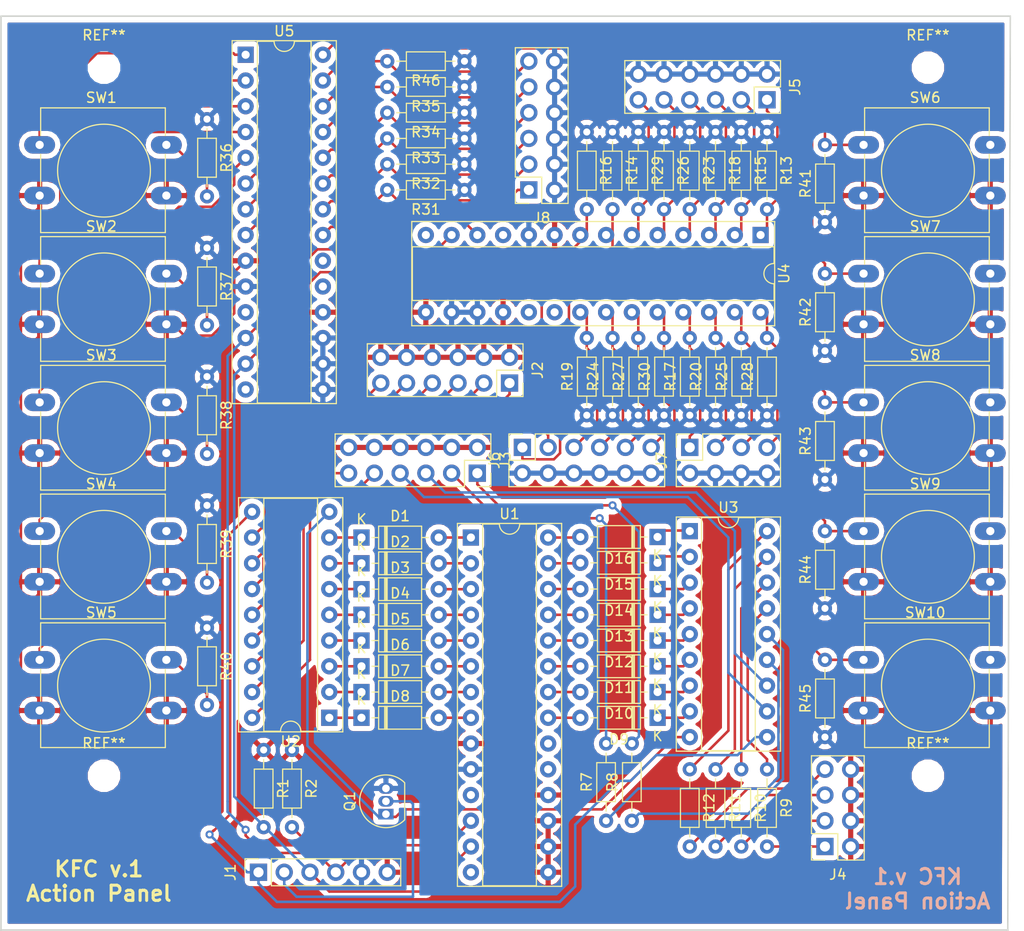
<source format=kicad_pcb>
(kicad_pcb (version 20171130) (host pcbnew "(5.0.2)-1")
  (layers (0 F.Cu signal) (31 B.Cu signal) (34 B.Paste user) (35 F.Paste user) (36 B.SilkS user) (37 F.SilkS user) (38 B.Mask user) (39 F.Mask user) (44 Edge.Cuts user))
  (net 0 "")
  (net 1 /LTEST)
  (net 2 "Net-(J1-Pad2)")
  (net 3 /SDA)
  (net 4 /SCK)
  (net 5 GND)
  (net 6 +5V)
  (net 7 /SASL6)
  (net 8 /SASL5)
  (net 9 /SASL4)
  (net 10 /SASL3)
  (net 11 /SASL2)
  (net 12 /SASL1)
  (net 13 /SASL7)
  (net 14 /SASL8)
  (net 15 /SASL9)
  (net 16 /SASL10)
  (net 17 "Net-(J4-Pad1)")
  (net 18 "Net-(J4-Pad3)")
  (net 19 "Net-(J4-Pad5)")
  (net 20 "Net-(J4-Pad7)")
  (net 21 /SAS6)
  (net 22 /SAS5)
  (net 23 /SAS4)
  (net 24 /SAS3)
  (net 25 /SAS2)
  (net 26 /SAS1)
  (net 27 /SAS7)
  (net 28 /SAS8)
  (net 29 /SAS9)
  (net 30 /SAS10)
  (net 31 /SASC)
  (net 32 /ATB)
  (net 33 /UNO3)
  (net 34 /UNO2)
  (net 35 /UNO1)
  (net 36 /RST)
  (net 37 /LSW)
  (net 38 /GSW)
  (net 39 /BSW)
  (net 40 /RSW)
  (net 41 /STSW)
  (net 42 /ASW)
  (net 43 /DIM)
  (net 44 /LGTL)
  (net 45 /GRL)
  (net 46 /BRKL)
  (net 47 /RCSL)
  (net 48 /UNI1)
  (net 49 /UNI2)
  (net 50 /AG1)
  (net 51 /AG2)
  (net 52 /AG3)
  (net 53 /AG4)
  (net 54 /AG5)
  (net 55 /AG6)
  (net 56 /AG7)
  (net 57 /AG8)
  (net 58 /AG9)
  (net 59 /AG10)
  (net 60 "Net-(U1-Pad19)")
  (net 61 "Net-(U1-Pad20)")
  (net 62 "Net-(U1-Pad11)")
  (net 63 "Net-(U1-Pad14)")
  (net 64 "Net-(U4-Pad14)")
  (net 65 "Net-(U4-Pad11)")
  (net 66 "Net-(U4-Pad20)")
  (net 67 "Net-(U4-Pad19)")
  (net 68 "Net-(U5-Pad19)")
  (net 69 "Net-(U5-Pad20)")
  (net 70 "Net-(U5-Pad11)")
  (net 71 "Net-(U5-Pad14)")
  (net 72 "Net-(D1-Pad2)")
  (net 73 "Net-(D1-Pad1)")
  (net 74 "Net-(D2-Pad1)")
  (net 75 "Net-(D2-Pad2)")
  (net 76 "Net-(D3-Pad2)")
  (net 77 "Net-(D3-Pad1)")
  (net 78 "Net-(D4-Pad1)")
  (net 79 "Net-(D4-Pad2)")
  (net 80 "Net-(D5-Pad2)")
  (net 81 "Net-(D5-Pad1)")
  (net 82 "Net-(D6-Pad1)")
  (net 83 "Net-(D6-Pad2)")
  (net 84 "Net-(D7-Pad2)")
  (net 85 "Net-(D7-Pad1)")
  (net 86 "Net-(D8-Pad1)")
  (net 87 "Net-(D8-Pad2)")
  (net 88 "Net-(D9-Pad1)")
  (net 89 "Net-(D9-Pad2)")
  (net 90 "Net-(D10-Pad2)")
  (net 91 "Net-(D10-Pad1)")
  (net 92 "Net-(D11-Pad1)")
  (net 93 "Net-(D11-Pad2)")
  (net 94 "Net-(D12-Pad2)")
  (net 95 "Net-(D12-Pad1)")
  (net 96 "Net-(D13-Pad1)")
  (net 97 "Net-(D13-Pad2)")
  (net 98 "Net-(D14-Pad2)")
  (net 99 "Net-(D14-Pad1)")
  (net 100 "Net-(D15-Pad1)")
  (net 101 "Net-(D15-Pad2)")
  (net 102 "Net-(D16-Pad2)")
  (net 103 "Net-(D16-Pad1)")
  (net 104 "Net-(J3-Pad1)")
  (net 105 "Net-(J3-Pad3)")
  (module Package_DIP:DIP-18_W7.62mm_Socket (layer F.Cu) (at 129.413 118.491 180)
    (fp_text reference U2 (at 3.81 -2.33 180) (layer F.SilkS))
    (fp_text value ULN2803A)
    (pad 1 thru_hole rect (at 0 0 180) (size 1.6 1.6) (drill 0.8) (layers *.Cu *.Mask) (net 86 "Net-(D8-Pad1)"))
    (pad 10 thru_hole oval (at 7.62 20.32 180) (size 1.6 1.6) (drill 0.8) (layers *.Cu *.Mask) (net 1 /LTEST))
    (pad 2 thru_hole oval (at 0 2.54 180) (size 1.6 1.6) (drill 0.8) (layers *.Cu *.Mask) (net 85 "Net-(D7-Pad1)"))
    (pad 11 thru_hole oval (at 7.62 17.78 180) (size 1.6 1.6) (drill 0.8) (layers *.Cu *.Mask) (net 12 /SASL1))
    (pad 3 thru_hole oval (at 0 5.08 180) (size 1.6 1.6) (drill 0.8) (layers *.Cu *.Mask) (net 82 "Net-(D6-Pad1)"))
    (pad 12 thru_hole oval (at 7.62 15.24 180) (size 1.6 1.6) (drill 0.8) (layers *.Cu *.Mask) (net 11 /SASL2))
    (pad 4 thru_hole oval (at 0 7.62 180) (size 1.6 1.6) (drill 0.8) (layers *.Cu *.Mask) (net 81 "Net-(D5-Pad1)"))
    (pad 13 thru_hole oval (at 7.62 12.7 180) (size 1.6 1.6) (drill 0.8) (layers *.Cu *.Mask) (net 10 /SASL3))
    (pad 5 thru_hole oval (at 0 10.16 180) (size 1.6 1.6) (drill 0.8) (layers *.Cu *.Mask) (net 78 "Net-(D4-Pad1)"))
    (pad 14 thru_hole oval (at 7.62 10.16 180) (size 1.6 1.6) (drill 0.8) (layers *.Cu *.Mask) (net 9 /SASL4))
    (pad 6 thru_hole oval (at 0 12.7 180) (size 1.6 1.6) (drill 0.8) (layers *.Cu *.Mask) (net 77 "Net-(D3-Pad1)"))
    (pad 15 thru_hole oval (at 7.62 7.62 180) (size 1.6 1.6) (drill 0.8) (layers *.Cu *.Mask) (net 8 /SASL5))
    (pad 7 thru_hole oval (at 0 15.24 180) (size 1.6 1.6) (drill 0.8) (layers *.Cu *.Mask) (net 74 "Net-(D2-Pad1)"))
    (pad 16 thru_hole oval (at 7.62 5.08 180) (size 1.6 1.6) (drill 0.8) (layers *.Cu *.Mask) (net 7 /SASL6))
    (pad 8 thru_hole oval (at 0 17.78 180) (size 1.6 1.6) (drill 0.8) (layers *.Cu *.Mask) (net 73 "Net-(D1-Pad1)"))
    (pad 17 thru_hole oval (at 7.62 2.54 180) (size 1.6 1.6) (drill 0.8) (layers *.Cu *.Mask) (net 13 /SASL7))
    (pad 9 thru_hole oval (at 0 20.32 180) (size 1.6 1.6) (drill 0.8) (layers *.Cu *.Mask) (net 43 /DIM))
    (pad 18 thru_hole oval (at 7.62 0 180) (size 1.6 1.6) (drill 0.8) (layers *.Cu *.Mask) (net 14 /SASL8))
  )
  (module MountingHole:MountingHole_2.2mm_M2 (layer F.Cu) (at 188.468 124.206)
    (fp_text reference REF** (at 0 -3.2) (layer F.SilkS))
    (fp_text value MountingHole_2.2mm_M2)
    (pad 1 np_thru_hole circle (at 0 0) (size 2.2 2.2) (drill 2.2) (layers *.Cu *.Mask))
  )
  (module MountingHole:MountingHole_2.2mm_M2 (layer F.Cu) (at 107.188 124.206)
    (fp_text reference REF** (at 0 -3.2) (layer F.SilkS))
    (fp_text value MountingHole_2.2mm_M2)
    (pad 1 np_thru_hole circle (at 0 0) (size 2.2 2.2) (drill 2.2) (layers *.Cu *.Mask))
  )
  (module MountingHole:MountingHole_2.2mm_M2 (layer F.Cu) (at 188.468 54.356)
    (fp_text reference REF** (at 0 -3.2) (layer F.SilkS))
    (fp_text value MountingHole_2.2mm_M2)
    (pad 1 np_thru_hole circle (at 0 0) (size 2.2 2.2) (drill 2.2) (layers *.Cu *.Mask))
  )
  (module Connector_PinSocket_2.54mm:PinSocket_1x06_P2.54mm_Vertical (layer F.Cu) (at 122.428 133.731 90)
    (fp_text reference J1 (at 0 -2.77 90) (layer F.SilkS))
    (fp_text value Conn_01x06)
    (pad 1 thru_hole rect (at 0 0 90) (size 1.7 1.7) (drill 1) (layers *.Cu *.Mask) (net 1 /LTEST))
    (pad 2 thru_hole oval (at 0 2.54 90) (size 1.7 1.7) (drill 1) (layers *.Cu *.Mask) (net 2 "Net-(J1-Pad2)"))
    (pad 3 thru_hole oval (at 0 5.08 90) (size 1.7 1.7) (drill 1) (layers *.Cu *.Mask) (net 3 /SDA))
    (pad 4 thru_hole oval (at 0 7.62 90) (size 1.7 1.7) (drill 1) (layers *.Cu *.Mask) (net 4 /SCK))
    (pad 5 thru_hole oval (at 0 10.16 90) (size 1.7 1.7) (drill 1) (layers *.Cu *.Mask) (net 5 GND))
    (pad 6 thru_hole oval (at 0 12.7 90) (size 1.7 1.7) (drill 1) (layers *.Cu *.Mask) (net 6 +5V))
  )
  (module Connector_PinSocket_2.54mm:PinSocket_2x06_P2.54mm_Vertical (layer F.Cu) (at 147.193 85.471 270)
    (fp_text reference J2 (at -1.27 -2.77 270) (layer F.SilkS))
    (fp_text value Conn_02x06_Odd_Even)
    (pad 12 thru_hole oval (at -2.54 12.7 270) (size 1.7 1.7) (drill 1) (layers *.Cu *.Mask) (net 6 +5V))
    (pad 11 thru_hole oval (at 0 12.7 270) (size 1.7 1.7) (drill 1) (layers *.Cu *.Mask) (net 12 /SASL1))
    (pad 10 thru_hole oval (at -2.54 10.16 270) (size 1.7 1.7) (drill 1) (layers *.Cu *.Mask) (net 6 +5V))
    (pad 9 thru_hole oval (at 0 10.16 270) (size 1.7 1.7) (drill 1) (layers *.Cu *.Mask) (net 11 /SASL2))
    (pad 8 thru_hole oval (at -2.54 7.62 270) (size 1.7 1.7) (drill 1) (layers *.Cu *.Mask) (net 6 +5V))
    (pad 7 thru_hole oval (at 0 7.62 270) (size 1.7 1.7) (drill 1) (layers *.Cu *.Mask) (net 10 /SASL3))
    (pad 6 thru_hole oval (at -2.54 5.08 270) (size 1.7 1.7) (drill 1) (layers *.Cu *.Mask) (net 6 +5V))
    (pad 5 thru_hole oval (at 0 5.08 270) (size 1.7 1.7) (drill 1) (layers *.Cu *.Mask) (net 9 /SASL4))
    (pad 4 thru_hole oval (at -2.54 2.54 270) (size 1.7 1.7) (drill 1) (layers *.Cu *.Mask) (net 6 +5V))
    (pad 3 thru_hole oval (at 0 2.54 270) (size 1.7 1.7) (drill 1) (layers *.Cu *.Mask) (net 8 /SASL5))
    (pad 2 thru_hole oval (at -2.54 0 270) (size 1.7 1.7) (drill 1) (layers *.Cu *.Mask) (net 6 +5V))
    (pad 1 thru_hole rect (at 0 0 270) (size 1.7 1.7) (drill 1) (layers *.Cu *.Mask) (net 7 /SASL6))
  )
  (module Connector_PinSocket_2.54mm:PinSocket_2x06_P2.54mm_Vertical (layer F.Cu) (at 144.018 94.361 270)
    (fp_text reference J3 (at -1.27 -2.77 270) (layer F.SilkS))
    (fp_text value Conn_02x06_Odd_Even)
    (pad 1 thru_hole rect (at 0 0 270) (size 1.7 1.7) (drill 1) (layers *.Cu *.Mask) (net 104 "Net-(J3-Pad1)"))
    (pad 2 thru_hole oval (at -2.54 0 270) (size 1.7 1.7) (drill 1) (layers *.Cu *.Mask) (net 6 +5V))
    (pad 3 thru_hole oval (at 0 2.54 270) (size 1.7 1.7) (drill 1) (layers *.Cu *.Mask) (net 105 "Net-(J3-Pad3)"))
    (pad 4 thru_hole oval (at -2.54 2.54 270) (size 1.7 1.7) (drill 1) (layers *.Cu *.Mask) (net 6 +5V))
    (pad 5 thru_hole oval (at 0 5.08 270) (size 1.7 1.7) (drill 1) (layers *.Cu *.Mask) (net 16 /SASL10))
    (pad 6 thru_hole oval (at -2.54 5.08 270) (size 1.7 1.7) (drill 1) (layers *.Cu *.Mask) (net 6 +5V))
    (pad 7 thru_hole oval (at 0 7.62 270) (size 1.7 1.7) (drill 1) (layers *.Cu *.Mask) (net 15 /SASL9))
    (pad 8 thru_hole oval (at -2.54 7.62 270) (size 1.7 1.7) (drill 1) (layers *.Cu *.Mask) (net 6 +5V))
    (pad 9 thru_hole oval (at 0 10.16 270) (size 1.7 1.7) (drill 1) (layers *.Cu *.Mask) (net 14 /SASL8))
    (pad 10 thru_hole oval (at -2.54 10.16 270) (size 1.7 1.7) (drill 1) (layers *.Cu *.Mask) (net 6 +5V))
    (pad 11 thru_hole oval (at 0 12.7 270) (size 1.7 1.7) (drill 1) (layers *.Cu *.Mask) (net 13 /SASL7))
    (pad 12 thru_hole oval (at -2.54 12.7 270) (size 1.7 1.7) (drill 1) (layers *.Cu *.Mask) (net 6 +5V))
  )
  (module Connector_PinSocket_2.54mm:PinSocket_2x04_P2.54mm_Vertical (layer F.Cu) (at 178.308 131.191 180)
    (fp_text reference J4 (at -1.27 -2.77 180) (layer F.SilkS))
    (fp_text value Conn_02x04_Odd_Even)
    (pad 1 thru_hole rect (at 0 0 180) (size 1.7 1.7) (drill 1) (layers *.Cu *.Mask) (net 17 "Net-(J4-Pad1)"))
    (pad 2 thru_hole oval (at -2.54 0 180) (size 1.7 1.7) (drill 1) (layers *.Cu *.Mask) (net 6 +5V))
    (pad 3 thru_hole oval (at 0 2.54 180) (size 1.7 1.7) (drill 1) (layers *.Cu *.Mask) (net 18 "Net-(J4-Pad3)"))
    (pad 4 thru_hole oval (at -2.54 2.54 180) (size 1.7 1.7) (drill 1) (layers *.Cu *.Mask) (net 6 +5V))
    (pad 5 thru_hole oval (at 0 5.08 180) (size 1.7 1.7) (drill 1) (layers *.Cu *.Mask) (net 19 "Net-(J4-Pad5)"))
    (pad 6 thru_hole oval (at -2.54 5.08 180) (size 1.7 1.7) (drill 1) (layers *.Cu *.Mask) (net 6 +5V))
    (pad 7 thru_hole oval (at 0 7.62 180) (size 1.7 1.7) (drill 1) (layers *.Cu *.Mask) (net 20 "Net-(J4-Pad7)"))
    (pad 8 thru_hole oval (at -2.54 7.62 180) (size 1.7 1.7) (drill 1) (layers *.Cu *.Mask) (net 6 +5V))
  )
  (module Connector_PinSocket_2.54mm:PinSocket_2x06_P2.54mm_Vertical (layer F.Cu) (at 172.593 57.531 270)
    (fp_text reference J5 (at -1.27 -2.77 270) (layer F.SilkS))
    (fp_text value Conn_02x06_Odd_Even)
    (pad 12 thru_hole oval (at -2.54 12.7 270) (size 1.7 1.7) (drill 1) (layers *.Cu *.Mask) (net 5 GND))
    (pad 11 thru_hole oval (at 0 12.7 270) (size 1.7 1.7) (drill 1) (layers *.Cu *.Mask) (net 21 /SAS6))
    (pad 10 thru_hole oval (at -2.54 10.16 270) (size 1.7 1.7) (drill 1) (layers *.Cu *.Mask) (net 5 GND))
    (pad 9 thru_hole oval (at 0 10.16 270) (size 1.7 1.7) (drill 1) (layers *.Cu *.Mask) (net 22 /SAS5))
    (pad 8 thru_hole oval (at -2.54 7.62 270) (size 1.7 1.7) (drill 1) (layers *.Cu *.Mask) (net 5 GND))
    (pad 7 thru_hole oval (at 0 7.62 270) (size 1.7 1.7) (drill 1) (layers *.Cu *.Mask) (net 23 /SAS4))
    (pad 6 thru_hole oval (at -2.54 5.08 270) (size 1.7 1.7) (drill 1) (layers *.Cu *.Mask) (net 5 GND))
    (pad 5 thru_hole oval (at 0 5.08 270) (size 1.7 1.7) (drill 1) (layers *.Cu *.Mask) (net 24 /SAS3))
    (pad 4 thru_hole oval (at -2.54 2.54 270) (size 1.7 1.7) (drill 1) (layers *.Cu *.Mask) (net 5 GND))
    (pad 3 thru_hole oval (at 0 2.54 270) (size 1.7 1.7) (drill 1) (layers *.Cu *.Mask) (net 25 /SAS2))
    (pad 2 thru_hole oval (at -2.54 0 270) (size 1.7 1.7) (drill 1) (layers *.Cu *.Mask) (net 5 GND))
    (pad 1 thru_hole rect (at 0 0 270) (size 1.7 1.7) (drill 1) (layers *.Cu *.Mask) (net 26 /SAS1))
  )
  (module Connector_PinSocket_2.54mm:PinSocket_2x06_P2.54mm_Vertical (layer F.Cu) (at 148.463 91.821 90)
    (fp_text reference J6 (at -1.27 -2.77 90) (layer F.SilkS))
    (fp_text value Conn_02x06_Odd_Even)
    (pad 1 thru_hole rect (at 0 0 90) (size 1.7 1.7) (drill 1) (layers *.Cu *.Mask) (net 27 /SAS7))
    (pad 2 thru_hole oval (at -2.54 0 90) (size 1.7 1.7) (drill 1) (layers *.Cu *.Mask) (net 5 GND))
    (pad 3 thru_hole oval (at 0 2.54 90) (size 1.7 1.7) (drill 1) (layers *.Cu *.Mask) (net 28 /SAS8))
    (pad 4 thru_hole oval (at -2.54 2.54 90) (size 1.7 1.7) (drill 1) (layers *.Cu *.Mask) (net 5 GND))
    (pad 5 thru_hole oval (at 0 5.08 90) (size 1.7 1.7) (drill 1) (layers *.Cu *.Mask) (net 29 /SAS9))
    (pad 6 thru_hole oval (at -2.54 5.08 90) (size 1.7 1.7) (drill 1) (layers *.Cu *.Mask) (net 5 GND))
    (pad 7 thru_hole oval (at 0 7.62 90) (size 1.7 1.7) (drill 1) (layers *.Cu *.Mask) (net 30 /SAS10))
    (pad 8 thru_hole oval (at -2.54 7.62 90) (size 1.7 1.7) (drill 1) (layers *.Cu *.Mask) (net 5 GND))
    (pad 9 thru_hole oval (at 0 10.16 90) (size 1.7 1.7) (drill 1) (layers *.Cu *.Mask) (net 31 /SASC))
    (pad 10 thru_hole oval (at -2.54 10.16 90) (size 1.7 1.7) (drill 1) (layers *.Cu *.Mask) (net 5 GND))
    (pad 11 thru_hole oval (at 0 12.7 90) (size 1.7 1.7) (drill 1) (layers *.Cu *.Mask) (net 32 /ATB))
    (pad 12 thru_hole oval (at -2.54 12.7 90) (size 1.7 1.7) (drill 1) (layers *.Cu *.Mask) (net 5 GND))
  )
  (module Connector_PinSocket_2.54mm:PinSocket_2x04_P2.54mm_Vertical (layer F.Cu) (at 164.973 91.821 90)
    (fp_text reference J7 (at -1.27 -2.77 90) (layer F.SilkS))
    (fp_text value Conn_02x04_Odd_Even)
    (pad 8 thru_hole oval (at -2.54 7.62 90) (size 1.7 1.7) (drill 1) (layers *.Cu *.Mask) (net 5 GND))
    (pad 7 thru_hole oval (at 0 7.62 90) (size 1.7 1.7) (drill 1) (layers *.Cu *.Mask) (net 33 /UNO3))
    (pad 6 thru_hole oval (at -2.54 5.08 90) (size 1.7 1.7) (drill 1) (layers *.Cu *.Mask) (net 5 GND))
    (pad 5 thru_hole oval (at 0 5.08 90) (size 1.7 1.7) (drill 1) (layers *.Cu *.Mask) (net 34 /UNO2))
    (pad 4 thru_hole oval (at -2.54 2.54 90) (size 1.7 1.7) (drill 1) (layers *.Cu *.Mask) (net 5 GND))
    (pad 3 thru_hole oval (at 0 2.54 90) (size 1.7 1.7) (drill 1) (layers *.Cu *.Mask) (net 35 /UNO1))
    (pad 2 thru_hole oval (at -2.54 0 90) (size 1.7 1.7) (drill 1) (layers *.Cu *.Mask) (net 5 GND))
    (pad 1 thru_hole rect (at 0 0 90) (size 1.7 1.7) (drill 1) (layers *.Cu *.Mask) (net 36 /RST))
  )
  (module Connector_PinSocket_2.54mm:PinSocket_2x06_P2.54mm_Vertical (layer F.Cu) (at 149.098 66.421 180)
    (fp_text reference J8 (at -1.27 -2.77 180) (layer F.SilkS))
    (fp_text value Conn_02x06_Odd_Even)
    (pad 1 thru_hole rect (at 0 0 180) (size 1.7 1.7) (drill 1) (layers *.Cu *.Mask) (net 37 /LSW))
    (pad 2 thru_hole oval (at -2.54 0 180) (size 1.7 1.7) (drill 1) (layers *.Cu *.Mask) (net 5 GND))
    (pad 3 thru_hole oval (at 0 2.54 180) (size 1.7 1.7) (drill 1) (layers *.Cu *.Mask) (net 38 /GSW))
    (pad 4 thru_hole oval (at -2.54 2.54 180) (size 1.7 1.7) (drill 1) (layers *.Cu *.Mask) (net 5 GND))
    (pad 5 thru_hole oval (at 0 5.08 180) (size 1.7 1.7) (drill 1) (layers *.Cu *.Mask) (net 39 /BSW))
    (pad 6 thru_hole oval (at -2.54 5.08 180) (size 1.7 1.7) (drill 1) (layers *.Cu *.Mask) (net 5 GND))
    (pad 7 thru_hole oval (at 0 7.62 180) (size 1.7 1.7) (drill 1) (layers *.Cu *.Mask) (net 40 /RSW))
    (pad 8 thru_hole oval (at -2.54 7.62 180) (size 1.7 1.7) (drill 1) (layers *.Cu *.Mask) (net 5 GND))
    (pad 9 thru_hole oval (at 0 10.16 180) (size 1.7 1.7) (drill 1) (layers *.Cu *.Mask) (net 41 /STSW))
    (pad 10 thru_hole oval (at -2.54 10.16 180) (size 1.7 1.7) (drill 1) (layers *.Cu *.Mask) (net 5 GND))
    (pad 11 thru_hole oval (at 0 12.7 180) (size 1.7 1.7) (drill 1) (layers *.Cu *.Mask) (net 42 /ASW))
    (pad 12 thru_hole oval (at -2.54 12.7 180) (size 1.7 1.7) (drill 1) (layers *.Cu *.Mask) (net 5 GND))
  )
  (module Resistor_THT:R_Axial_DIN0204_L3.6mm_D1.6mm_P7.62mm_Horizontal (layer F.Cu) (at 122.936 121.666 270)
    (fp_text reference R1 (at 3.81 -1.92 270) (layer F.SilkS))
    (fp_text value R)
    (pad 1 thru_hole circle (at 0 0 270) (size 1.4 1.4) (drill 0.7) (layers *.Cu *.Mask) (net 6 +5V))
    (pad 2 thru_hole oval (at 7.62 0 270) (size 1.4 1.4) (drill 0.7) (layers *.Cu *.Mask) (net 3 /SDA))
  )
  (module Resistor_THT:R_Axial_DIN0204_L3.6mm_D1.6mm_P7.62mm_Horizontal (layer F.Cu) (at 125.73 121.666 270)
    (fp_text reference R2 (at 3.81 -1.92 270) (layer F.SilkS))
    (fp_text value R)
    (pad 1 thru_hole circle (at 0 0 270) (size 1.4 1.4) (drill 0.7) (layers *.Cu *.Mask) (net 6 +5V))
    (pad 2 thru_hole oval (at 7.62 0 270) (size 1.4 1.4) (drill 0.7) (layers *.Cu *.Mask) (net 4 /SCK))
  )
  (module Resistor_THT:R_Axial_DIN0204_L3.6mm_D1.6mm_P7.62mm_Horizontal (layer F.Cu) (at 156.718 128.651 90)
    (fp_text reference R7 (at 3.81 -1.92 90) (layer F.SilkS))
    (fp_text value 100)
    (pad 1 thru_hole circle (at 0 0 90) (size 1.4 1.4) (drill 0.7) (layers *.Cu *.Mask) (net 44 /LGTL))
    (pad 2 thru_hole oval (at 7.62 0 90) (size 1.4 1.4) (drill 0.7) (layers *.Cu *.Mask) (net 105 "Net-(J3-Pad3)"))
  )
  (module Resistor_THT:R_Axial_DIN0204_L3.6mm_D1.6mm_P7.62mm_Horizontal (layer F.Cu) (at 159.258 128.651 90)
    (fp_text reference R8 (at 3.81 -1.92 90) (layer F.SilkS))
    (fp_text value 100)
    (pad 2 thru_hole oval (at 7.62 0 90) (size 1.4 1.4) (drill 0.7) (layers *.Cu *.Mask) (net 104 "Net-(J3-Pad1)"))
    (pad 1 thru_hole circle (at 0 0 90) (size 1.4 1.4) (drill 0.7) (layers *.Cu *.Mask) (net 45 /GRL))
  )
  (module Resistor_THT:R_Axial_DIN0204_L3.6mm_D1.6mm_P7.62mm_Horizontal (layer F.Cu) (at 172.593 123.571 270)
    (fp_text reference R9 (at 3.81 -1.92 270) (layer F.SilkS))
    (fp_text value 100)
    (pad 1 thru_hole circle (at 0 0 270) (size 1.4 1.4) (drill 0.7) (layers *.Cu *.Mask) (net 46 /BRKL))
    (pad 2 thru_hole oval (at 7.62 0 270) (size 1.4 1.4) (drill 0.7) (layers *.Cu *.Mask) (net 17 "Net-(J4-Pad1)"))
  )
  (module Resistor_THT:R_Axial_DIN0204_L3.6mm_D1.6mm_P7.62mm_Horizontal (layer F.Cu) (at 170.053 123.571 270)
    (fp_text reference R10 (at 3.81 -1.92 270) (layer F.SilkS))
    (fp_text value 100)
    (pad 2 thru_hole oval (at 7.62 0 270) (size 1.4 1.4) (drill 0.7) (layers *.Cu *.Mask) (net 18 "Net-(J4-Pad3)"))
    (pad 1 thru_hole circle (at 0 0 270) (size 1.4 1.4) (drill 0.7) (layers *.Cu *.Mask) (net 47 /RCSL))
  )
  (module Resistor_THT:R_Axial_DIN0204_L3.6mm_D1.6mm_P7.62mm_Horizontal (layer F.Cu) (at 167.513 123.571 270)
    (fp_text reference R11 (at 3.81 -1.92 270) (layer F.SilkS))
    (fp_text value 100)
    (pad 1 thru_hole circle (at 0 0 270) (size 1.4 1.4) (drill 0.7) (layers *.Cu *.Mask) (net 48 /UNI1))
    (pad 2 thru_hole oval (at 7.62 0 270) (size 1.4 1.4) (drill 0.7) (layers *.Cu *.Mask) (net 19 "Net-(J4-Pad5)"))
  )
  (module Resistor_THT:R_Axial_DIN0204_L3.6mm_D1.6mm_P7.62mm_Horizontal (layer F.Cu) (at 164.973 123.571 270)
    (fp_text reference R12 (at 3.81 -1.92 270) (layer F.SilkS))
    (fp_text value 100)
    (pad 2 thru_hole oval (at 7.62 0 270) (size 1.4 1.4) (drill 0.7) (layers *.Cu *.Mask) (net 20 "Net-(J4-Pad7)"))
    (pad 1 thru_hole circle (at 0 0 270) (size 1.4 1.4) (drill 0.7) (layers *.Cu *.Mask) (net 49 /UNI2))
  )
  (module Resistor_THT:R_Axial_DIN0204_L3.6mm_D1.6mm_P7.62mm_Horizontal (layer F.Cu) (at 172.593 60.706 270)
    (fp_text reference R13 (at 3.81 -1.92 270) (layer F.SilkS))
    (fp_text value R)
    (pad 1 thru_hole circle (at 0 0 270) (size 1.4 1.4) (drill 0.7) (layers *.Cu *.Mask) (net 5 GND))
    (pad 2 thru_hole oval (at 7.62 0 270) (size 1.4 1.4) (drill 0.7) (layers *.Cu *.Mask) (net 26 /SAS1))
  )
  (module Resistor_THT:R_Axial_DIN0204_L3.6mm_D1.6mm_P7.62mm_Horizontal (layer F.Cu) (at 157.353 60.706 270)
    (fp_text reference R14 (at 3.81 -1.92 270) (layer F.SilkS))
    (fp_text value R)
    (pad 1 thru_hole circle (at 0 0 270) (size 1.4 1.4) (drill 0.7) (layers *.Cu *.Mask) (net 5 GND))
    (pad 2 thru_hole oval (at 7.62 0 270) (size 1.4 1.4) (drill 0.7) (layers *.Cu *.Mask) (net 27 /SAS7))
  )
  (module Resistor_THT:R_Axial_DIN0204_L3.6mm_D1.6mm_P7.62mm_Horizontal (layer F.Cu) (at 170.053 60.706 270)
    (fp_text reference R15 (at 3.81 -1.92 270) (layer F.SilkS))
    (fp_text value R)
    (pad 2 thru_hole oval (at 7.62 0 270) (size 1.4 1.4) (drill 0.7) (layers *.Cu *.Mask) (net 25 /SAS2))
    (pad 1 thru_hole circle (at 0 0 270) (size 1.4 1.4) (drill 0.7) (layers *.Cu *.Mask) (net 5 GND))
  )
  (module Resistor_THT:R_Axial_DIN0204_L3.6mm_D1.6mm_P7.62mm_Horizontal (layer F.Cu) (at 154.813 60.706 270)
    (fp_text reference R16 (at 3.81 -1.92 270) (layer F.SilkS))
    (fp_text value R)
    (pad 2 thru_hole oval (at 7.62 0 270) (size 1.4 1.4) (drill 0.7) (layers *.Cu *.Mask) (net 28 /SAS8))
    (pad 1 thru_hole circle (at 0 0 270) (size 1.4 1.4) (drill 0.7) (layers *.Cu *.Mask) (net 5 GND))
  )
  (module Resistor_THT:R_Axial_DIN0204_L3.6mm_D1.6mm_P7.62mm_Horizontal (layer F.Cu) (at 164.973 88.646 90)
    (fp_text reference R17 (at 3.81 -1.92 90) (layer F.SilkS))
    (fp_text value R)
    (pad 1 thru_hole circle (at 0 0 90) (size 1.4 1.4) (drill 0.7) (layers *.Cu *.Mask) (net 5 GND))
    (pad 2 thru_hole oval (at 7.62 0 90) (size 1.4 1.4) (drill 0.7) (layers *.Cu *.Mask) (net 36 /RST))
  )
  (module Resistor_THT:R_Axial_DIN0204_L3.6mm_D1.6mm_P7.62mm_Horizontal (layer F.Cu) (at 167.513 60.706 270)
    (fp_text reference R18 (at 3.81 -1.92 270) (layer F.SilkS))
    (fp_text value R)
    (pad 1 thru_hole circle (at 0 0 270) (size 1.4 1.4) (drill 0.7) (layers *.Cu *.Mask) (net 5 GND))
    (pad 2 thru_hole oval (at 7.62 0 270) (size 1.4 1.4) (drill 0.7) (layers *.Cu *.Mask) (net 24 /SAS3))
  )
  (module Resistor_THT:R_Axial_DIN0204_L3.6mm_D1.6mm_P7.62mm_Horizontal (layer F.Cu) (at 154.813 88.646 90)
    (fp_text reference R19 (at 3.81 -1.92 90) (layer F.SilkS))
    (fp_text value R)
    (pad 1 thru_hole circle (at 0 0 90) (size 1.4 1.4) (drill 0.7) (layers *.Cu *.Mask) (net 5 GND))
    (pad 2 thru_hole oval (at 7.62 0 90) (size 1.4 1.4) (drill 0.7) (layers *.Cu *.Mask) (net 29 /SAS9))
  )
  (module Resistor_THT:R_Axial_DIN0204_L3.6mm_D1.6mm_P7.62mm_Horizontal (layer F.Cu) (at 167.513 88.646 90)
    (fp_text reference R20 (at 3.81 -1.92 90) (layer F.SilkS))
    (fp_text value R)
    (pad 2 thru_hole oval (at 7.62 0 90) (size 1.4 1.4) (drill 0.7) (layers *.Cu *.Mask) (net 35 /UNO1))
    (pad 1 thru_hole circle (at 0 0 90) (size 1.4 1.4) (drill 0.7) (layers *.Cu *.Mask) (net 5 GND))
  )
  (module Resistor_THT:R_Axial_DIN0204_L3.6mm_D1.6mm_P7.62mm_Horizontal (layer F.Cu) (at 164.973 60.706 270)
    (fp_text reference R23 (at 3.81 -1.92 270) (layer F.SilkS))
    (fp_text value R)
    (pad 2 thru_hole oval (at 7.62 0 270) (size 1.4 1.4) (drill 0.7) (layers *.Cu *.Mask) (net 23 /SAS4))
    (pad 1 thru_hole circle (at 0 0 270) (size 1.4 1.4) (drill 0.7) (layers *.Cu *.Mask) (net 5 GND))
  )
  (module Resistor_THT:R_Axial_DIN0204_L3.6mm_D1.6mm_P7.62mm_Horizontal (layer F.Cu) (at 157.353 88.646 90)
    (fp_text reference R24 (at 3.81 -1.92 90) (layer F.SilkS))
    (fp_text value R)
    (pad 2 thru_hole oval (at 7.62 0 90) (size 1.4 1.4) (drill 0.7) (layers *.Cu *.Mask) (net 30 /SAS10))
    (pad 1 thru_hole circle (at 0 0 90) (size 1.4 1.4) (drill 0.7) (layers *.Cu *.Mask) (net 5 GND))
  )
  (module Resistor_THT:R_Axial_DIN0204_L3.6mm_D1.6mm_P7.62mm_Horizontal (layer F.Cu) (at 170.053 88.646 90)
    (fp_text reference R25 (at 3.81 -1.92 90) (layer F.SilkS))
    (fp_text value R)
    (pad 1 thru_hole circle (at 0 0 90) (size 1.4 1.4) (drill 0.7) (layers *.Cu *.Mask) (net 5 GND))
    (pad 2 thru_hole oval (at 7.62 0 90) (size 1.4 1.4) (drill 0.7) (layers *.Cu *.Mask) (net 34 /UNO2))
  )
  (module Resistor_THT:R_Axial_DIN0204_L3.6mm_D1.6mm_P7.62mm_Horizontal (layer F.Cu) (at 162.433 60.706 270)
    (fp_text reference R26 (at 3.81 -1.92 270) (layer F.SilkS))
    (fp_text value R)
    (pad 1 thru_hole circle (at 0 0 270) (size 1.4 1.4) (drill 0.7) (layers *.Cu *.Mask) (net 5 GND))
    (pad 2 thru_hole oval (at 7.62 0 270) (size 1.4 1.4) (drill 0.7) (layers *.Cu *.Mask) (net 22 /SAS5))
  )
  (module Resistor_THT:R_Axial_DIN0204_L3.6mm_D1.6mm_P7.62mm_Horizontal (layer F.Cu) (at 159.893 88.646 90)
    (fp_text reference R27 (at 3.81 -1.92 90) (layer F.SilkS))
    (fp_text value R)
    (pad 1 thru_hole circle (at 0 0 90) (size 1.4 1.4) (drill 0.7) (layers *.Cu *.Mask) (net 5 GND))
    (pad 2 thru_hole oval (at 7.62 0 90) (size 1.4 1.4) (drill 0.7) (layers *.Cu *.Mask) (net 31 /SASC))
  )
  (module Resistor_THT:R_Axial_DIN0204_L3.6mm_D1.6mm_P7.62mm_Horizontal (layer F.Cu) (at 172.593 88.646 90)
    (fp_text reference R28 (at 3.81 -1.92 90) (layer F.SilkS))
    (fp_text value R)
    (pad 2 thru_hole oval (at 7.62 0 90) (size 1.4 1.4) (drill 0.7) (layers *.Cu *.Mask) (net 33 /UNO3))
    (pad 1 thru_hole circle (at 0 0 90) (size 1.4 1.4) (drill 0.7) (layers *.Cu *.Mask) (net 5 GND))
  )
  (module Resistor_THT:R_Axial_DIN0204_L3.6mm_D1.6mm_P7.62mm_Horizontal (layer F.Cu) (at 159.893 60.706 270)
    (fp_text reference R29 (at 3.81 -1.92 270) (layer F.SilkS))
    (fp_text value R)
    (pad 2 thru_hole oval (at 7.62 0 270) (size 1.4 1.4) (drill 0.7) (layers *.Cu *.Mask) (net 21 /SAS6))
    (pad 1 thru_hole circle (at 0 0 270) (size 1.4 1.4) (drill 0.7) (layers *.Cu *.Mask) (net 5 GND))
  )
  (module Resistor_THT:R_Axial_DIN0204_L3.6mm_D1.6mm_P7.62mm_Horizontal (layer F.Cu) (at 162.433 88.646 90)
    (fp_text reference R30 (at 3.81 -1.92 90) (layer F.SilkS))
    (fp_text value R)
    (pad 2 thru_hole oval (at 7.62 0 90) (size 1.4 1.4) (drill 0.7) (layers *.Cu *.Mask) (net 32 /ATB))
    (pad 1 thru_hole circle (at 0 0 90) (size 1.4 1.4) (drill 0.7) (layers *.Cu *.Mask) (net 5 GND))
  )
  (module Resistor_THT:R_Axial_DIN0204_L3.6mm_D1.6mm_P7.62mm_Horizontal (layer F.Cu) (at 142.748 66.421 180)
    (fp_text reference R31 (at 3.81 -1.92 180) (layer F.SilkS))
    (fp_text value 4.7k)
    (pad 2 thru_hole oval (at 7.62 0 180) (size 1.4 1.4) (drill 0.7) (layers *.Cu *.Mask) (net 37 /LSW))
    (pad 1 thru_hole circle (at 0 0 180) (size 1.4 1.4) (drill 0.7) (layers *.Cu *.Mask) (net 5 GND))
  )
  (module Resistor_THT:R_Axial_DIN0204_L3.6mm_D1.6mm_P7.62mm_Horizontal (layer F.Cu) (at 142.748 63.881 180)
    (fp_text reference R32 (at 3.81 -1.92 180) (layer F.SilkS))
    (fp_text value R)
    (pad 2 thru_hole oval (at 7.62 0 180) (size 1.4 1.4) (drill 0.7) (layers *.Cu *.Mask) (net 38 /GSW))
    (pad 1 thru_hole circle (at 0 0 180) (size 1.4 1.4) (drill 0.7) (layers *.Cu *.Mask) (net 5 GND))
  )
  (module Resistor_THT:R_Axial_DIN0204_L3.6mm_D1.6mm_P7.62mm_Horizontal (layer F.Cu) (at 142.748 61.341 180)
    (fp_text reference R33 (at 3.81 -1.92 180) (layer F.SilkS))
    (fp_text value R)
    (pad 2 thru_hole oval (at 7.62 0 180) (size 1.4 1.4) (drill 0.7) (layers *.Cu *.Mask) (net 39 /BSW))
    (pad 1 thru_hole circle (at 0 0 180) (size 1.4 1.4) (drill 0.7) (layers *.Cu *.Mask) (net 5 GND))
  )
  (module Resistor_THT:R_Axial_DIN0204_L3.6mm_D1.6mm_P7.62mm_Horizontal (layer F.Cu) (at 142.748 58.801 180)
    (fp_text reference R34 (at 3.81 -1.92 180) (layer F.SilkS))
    (fp_text value R)
    (pad 1 thru_hole circle (at 0 0 180) (size 1.4 1.4) (drill 0.7) (layers *.Cu *.Mask) (net 5 GND))
    (pad 2 thru_hole oval (at 7.62 0 180) (size 1.4 1.4) (drill 0.7) (layers *.Cu *.Mask) (net 40 /RSW))
  )
  (module Resistor_THT:R_Axial_DIN0204_L3.6mm_D1.6mm_P7.62mm_Horizontal (layer F.Cu) (at 142.748 56.261 180)
    (fp_text reference R35 (at 3.81 -1.92 180) (layer F.SilkS))
    (fp_text value R)
    (pad 1 thru_hole circle (at 0 0 180) (size 1.4 1.4) (drill 0.7) (layers *.Cu *.Mask) (net 5 GND))
    (pad 2 thru_hole oval (at 7.62 0 180) (size 1.4 1.4) (drill 0.7) (layers *.Cu *.Mask) (net 41 /STSW))
  )
  (module Resistor_THT:R_Axial_DIN0204_L3.6mm_D1.6mm_P7.62mm_Horizontal (layer F.Cu) (at 117.348 59.436 270)
    (fp_text reference R36 (at 3.81 -1.92 270) (layer F.SilkS))
    (fp_text value R)
    (pad 1 thru_hole circle (at 0 0 270) (size 1.4 1.4) (drill 0.7) (layers *.Cu *.Mask) (net 5 GND))
    (pad 2 thru_hole oval (at 7.62 0 270) (size 1.4 1.4) (drill 0.7) (layers *.Cu *.Mask) (net 50 /AG1))
  )
  (module Resistor_THT:R_Axial_DIN0204_L3.6mm_D1.6mm_P7.62mm_Horizontal (layer F.Cu) (at 117.348 72.136 270)
    (fp_text reference R37 (at 3.81 -1.92 270) (layer F.SilkS))
    (fp_text value R)
    (pad 2 thru_hole oval (at 7.62 0 270) (size 1.4 1.4) (drill 0.7) (layers *.Cu *.Mask) (net 51 /AG2))
    (pad 1 thru_hole circle (at 0 0 270) (size 1.4 1.4) (drill 0.7) (layers *.Cu *.Mask) (net 5 GND))
  )
  (module Resistor_THT:R_Axial_DIN0204_L3.6mm_D1.6mm_P7.62mm_Horizontal (layer F.Cu) (at 117.348 84.836 270)
    (fp_text reference R38 (at 3.81 -1.92 270) (layer F.SilkS))
    (fp_text value R)
    (pad 1 thru_hole circle (at 0 0 270) (size 1.4 1.4) (drill 0.7) (layers *.Cu *.Mask) (net 5 GND))
    (pad 2 thru_hole oval (at 7.62 0 270) (size 1.4 1.4) (drill 0.7) (layers *.Cu *.Mask) (net 52 /AG3))
  )
  (module Resistor_THT:R_Axial_DIN0204_L3.6mm_D1.6mm_P7.62mm_Horizontal (layer F.Cu) (at 117.348 97.536 270)
    (fp_text reference R39 (at 3.81 -1.92 270) (layer F.SilkS))
    (fp_text value R)
    (pad 2 thru_hole oval (at 7.62 0 270) (size 1.4 1.4) (drill 0.7) (layers *.Cu *.Mask) (net 53 /AG4))
    (pad 1 thru_hole circle (at 0 0 270) (size 1.4 1.4) (drill 0.7) (layers *.Cu *.Mask) (net 5 GND))
  )
  (module Resistor_THT:R_Axial_DIN0204_L3.6mm_D1.6mm_P7.62mm_Horizontal (layer F.Cu) (at 117.348 109.601 270)
    (fp_text reference R40 (at 3.81 -1.92 270) (layer F.SilkS))
    (fp_text value R)
    (pad 1 thru_hole circle (at 0 0 270) (size 1.4 1.4) (drill 0.7) (layers *.Cu *.Mask) (net 5 GND))
    (pad 2 thru_hole oval (at 7.62 0 270) (size 1.4 1.4) (drill 0.7) (layers *.Cu *.Mask) (net 54 /AG5))
  )
  (module Resistor_THT:R_Axial_DIN0204_L3.6mm_D1.6mm_P7.62mm_Horizontal (layer F.Cu) (at 178.308 69.596 90)
    (fp_text reference R41 (at 3.81 -1.92 90) (layer F.SilkS))
    (fp_text value R)
    (pad 2 thru_hole oval (at 7.62 0 90) (size 1.4 1.4) (drill 0.7) (layers *.Cu *.Mask) (net 55 /AG6))
    (pad 1 thru_hole circle (at 0 0 90) (size 1.4 1.4) (drill 0.7) (layers *.Cu *.Mask) (net 5 GND))
  )
  (module Resistor_THT:R_Axial_DIN0204_L3.6mm_D1.6mm_P7.62mm_Horizontal (layer F.Cu) (at 178.308 82.296 90)
    (fp_text reference R42 (at 3.81 -1.92 90) (layer F.SilkS))
    (fp_text value R)
    (pad 1 thru_hole circle (at 0 0 90) (size 1.4 1.4) (drill 0.7) (layers *.Cu *.Mask) (net 5 GND))
    (pad 2 thru_hole oval (at 7.62 0 90) (size 1.4 1.4) (drill 0.7) (layers *.Cu *.Mask) (net 56 /AG7))
  )
  (module Resistor_THT:R_Axial_DIN0204_L3.6mm_D1.6mm_P7.62mm_Horizontal (layer F.Cu) (at 178.308 94.996 90)
    (fp_text reference R43 (at 3.81 -1.92 90) (layer F.SilkS))
    (fp_text value R)
    (pad 2 thru_hole oval (at 7.62 0 90) (size 1.4 1.4) (drill 0.7) (layers *.Cu *.Mask) (net 57 /AG8))
    (pad 1 thru_hole circle (at 0 0 90) (size 1.4 1.4) (drill 0.7) (layers *.Cu *.Mask) (net 5 GND))
  )
  (module Resistor_THT:R_Axial_DIN0204_L3.6mm_D1.6mm_P7.62mm_Horizontal (layer F.Cu) (at 178.308 107.696 90)
    (fp_text reference R44 (at 3.81 -1.92 90) (layer F.SilkS))
    (fp_text value R)
    (pad 1 thru_hole circle (at 0 0 90) (size 1.4 1.4) (drill 0.7) (layers *.Cu *.Mask) (net 5 GND))
    (pad 2 thru_hole oval (at 7.62 0 90) (size 1.4 1.4) (drill 0.7) (layers *.Cu *.Mask) (net 58 /AG9))
  )
  (module Resistor_THT:R_Axial_DIN0204_L3.6mm_D1.6mm_P7.62mm_Horizontal (layer F.Cu) (at 178.308 120.396 90)
    (fp_text reference R45 (at 3.81 -1.92 90) (layer F.SilkS))
    (fp_text value R)
    (pad 2 thru_hole oval (at 7.62 0 90) (size 1.4 1.4) (drill 0.7) (layers *.Cu *.Mask) (net 59 /AG10))
    (pad 1 thru_hole circle (at 0 0 90) (size 1.4 1.4) (drill 0.7) (layers *.Cu *.Mask) (net 5 GND))
  )
  (module Resistor_THT:R_Axial_DIN0204_L3.6mm_D1.6mm_P7.62mm_Horizontal (layer F.Cu) (at 142.748 53.721 180)
    (fp_text reference R46 (at 3.81 -1.92 180) (layer F.SilkS))
    (fp_text value R)
    (pad 2 thru_hole oval (at 7.62 0 180) (size 1.4 1.4) (drill 0.7) (layers *.Cu *.Mask) (net 42 /ASW))
    (pad 1 thru_hole circle (at 0 0 180) (size 1.4 1.4) (drill 0.7) (layers *.Cu *.Mask) (net 5 GND))
  )
  (module Button_Switch_THT:SW_PUSH-12mm (layer F.Cu) (at 100.838 61.976)
    (fp_text reference SW1 (at 6.08 -4.66) (layer F.SilkS))
    (fp_text value SW_SPST)
    (pad 1 thru_hole oval (at 12.5 0) (size 3.048 1.7272) (drill 0.8128) (layers *.Cu *.Mask) (net 50 /AG1))
    (pad 2 thru_hole oval (at 12.5 5) (size 3.048 1.7272) (drill 0.8128) (layers *.Cu *.Mask) (net 6 +5V))
    (pad 1 thru_hole oval (at 0 0) (size 3.048 1.7272) (drill 0.8128) (layers *.Cu *.Mask) (net 50 /AG1))
    (pad 2 thru_hole oval (at 0 5) (size 3.048 1.7272) (drill 0.8128) (layers *.Cu *.Mask) (net 6 +5V))
  )
  (module Button_Switch_THT:SW_PUSH-12mm (layer F.Cu) (at 100.838 74.676)
    (fp_text reference SW2 (at 6.08 -4.66) (layer F.SilkS))
    (fp_text value SW_SPST)
    (pad 1 thru_hole oval (at 12.5 0) (size 3.048 1.7272) (drill 0.8128) (layers *.Cu *.Mask) (net 51 /AG2))
    (pad 2 thru_hole oval (at 12.5 5) (size 3.048 1.7272) (drill 0.8128) (layers *.Cu *.Mask) (net 6 +5V))
    (pad 1 thru_hole oval (at 0 0) (size 3.048 1.7272) (drill 0.8128) (layers *.Cu *.Mask) (net 51 /AG2))
    (pad 2 thru_hole oval (at 0 5) (size 3.048 1.7272) (drill 0.8128) (layers *.Cu *.Mask) (net 6 +5V))
  )
  (module Button_Switch_THT:SW_PUSH-12mm (layer F.Cu) (at 100.838 87.376)
    (fp_text reference SW3 (at 6.08 -4.66) (layer F.SilkS))
    (fp_text value SW_SPST)
    (pad 1 thru_hole oval (at 12.5 0) (size 3.048 1.7272) (drill 0.8128) (layers *.Cu *.Mask) (net 52 /AG3))
    (pad 2 thru_hole oval (at 12.5 5) (size 3.048 1.7272) (drill 0.8128) (layers *.Cu *.Mask) (net 6 +5V))
    (pad 1 thru_hole oval (at 0 0) (size 3.048 1.7272) (drill 0.8128) (layers *.Cu *.Mask) (net 52 /AG3))
    (pad 2 thru_hole oval (at 0 5) (size 3.048 1.7272) (drill 0.8128) (layers *.Cu *.Mask) (net 6 +5V))
  )
  (module Button_Switch_THT:SW_PUSH-12mm (layer F.Cu) (at 100.838 100.076)
    (fp_text reference SW4 (at 6.08 -4.66) (layer F.SilkS))
    (fp_text value SW_SPST)
    (pad 1 thru_hole oval (at 12.5 0) (size 3.048 1.7272) (drill 0.8128) (layers *.Cu *.Mask) (net 53 /AG4))
    (pad 2 thru_hole oval (at 12.5 5) (size 3.048 1.7272) (drill 0.8128) (layers *.Cu *.Mask) (net 6 +5V))
    (pad 1 thru_hole oval (at 0 0) (size 3.048 1.7272) (drill 0.8128) (layers *.Cu *.Mask) (net 53 /AG4))
    (pad 2 thru_hole oval (at 0 5) (size 3.048 1.7272) (drill 0.8128) (layers *.Cu *.Mask) (net 6 +5V))
  )
  (module Button_Switch_THT:SW_PUSH-12mm (layer F.Cu) (at 100.838 112.776)
    (fp_text reference SW5 (at 6.08 -4.66) (layer F.SilkS))
    (fp_text value SW_SPST)
    (pad 2 thru_hole oval (at 0 5) (size 3.048 1.7272) (drill 0.8128) (layers *.Cu *.Mask) (net 6 +5V))
    (pad 1 thru_hole oval (at 0 0) (size 3.048 1.7272) (drill 0.8128) (layers *.Cu *.Mask) (net 54 /AG5))
    (pad 2 thru_hole oval (at 12.5 5) (size 3.048 1.7272) (drill 0.8128) (layers *.Cu *.Mask) (net 6 +5V))
    (pad 1 thru_hole oval (at 12.5 0) (size 3.048 1.7272) (drill 0.8128) (layers *.Cu *.Mask) (net 54 /AG5))
  )
  (module Button_Switch_THT:SW_PUSH-12mm (layer F.Cu) (at 182.118 61.976)
    (fp_text reference SW6 (at 6.08 -4.66) (layer F.SilkS))
    (fp_text value SW_SPST)
    (pad 2 thru_hole oval (at 0 5) (size 3.048 1.7272) (drill 0.8128) (layers *.Cu *.Mask) (net 6 +5V))
    (pad 1 thru_hole oval (at 0 0) (size 3.048 1.7272) (drill 0.8128) (layers *.Cu *.Mask) (net 55 /AG6))
    (pad 2 thru_hole oval (at 12.5 5) (size 3.048 1.7272) (drill 0.8128) (layers *.Cu *.Mask) (net 6 +5V))
    (pad 1 thru_hole oval (at 12.5 0) (size 3.048 1.7272) (drill 0.8128) (layers *.Cu *.Mask) (net 55 /AG6))
  )
  (module Button_Switch_THT:SW_PUSH-12mm (layer F.Cu) (at 182.118 74.676)
    (fp_text reference SW7 (at 6.08 -4.66) (layer F.SilkS))
    (fp_text value SW_SPST)
    (pad 1 thru_hole oval (at 12.5 0) (size 3.048 1.7272) (drill 0.8128) (layers *.Cu *.Mask) (net 56 /AG7))
    (pad 2 thru_hole oval (at 12.5 5) (size 3.048 1.7272) (drill 0.8128) (layers *.Cu *.Mask) (net 6 +5V))
    (pad 1 thru_hole oval (at 0 0) (size 3.048 1.7272) (drill 0.8128) (layers *.Cu *.Mask) (net 56 /AG7))
    (pad 2 thru_hole oval (at 0 5) (size 3.048 1.7272) (drill 0.8128) (layers *.Cu *.Mask) (net 6 +5V))
  )
  (module Button_Switch_THT:SW_PUSH-12mm (layer F.Cu) (at 182.118 87.376)
    (fp_text reference SW8 (at 6.08 -4.66) (layer F.SilkS))
    (fp_text value SW_SPST)
    (pad 2 thru_hole oval (at 0 5) (size 3.048 1.7272) (drill 0.8128) (layers *.Cu *.Mask) (net 6 +5V))
    (pad 1 thru_hole oval (at 0 0) (size 3.048 1.7272) (drill 0.8128) (layers *.Cu *.Mask) (net 57 /AG8))
    (pad 2 thru_hole oval (at 12.5 5) (size 3.048 1.7272) (drill 0.8128) (layers *.Cu *.Mask) (net 6 +5V))
    (pad 1 thru_hole oval (at 12.5 0) (size 3.048 1.7272) (drill 0.8128) (layers *.Cu *.Mask) (net 57 /AG8))
  )
  (module Button_Switch_THT:SW_PUSH-12mm (layer F.Cu) (at 182.118 100.076)
    (fp_text reference SW9 (at 6.08 -4.66) (layer F.SilkS))
    (fp_text value SW_SPST)
    (pad 2 thru_hole oval (at 0 5) (size 3.048 1.7272) (drill 0.8128) (layers *.Cu *.Mask) (net 6 +5V))
    (pad 1 thru_hole oval (at 0 0) (size 3.048 1.7272) (drill 0.8128) (layers *.Cu *.Mask) (net 58 /AG9))
    (pad 2 thru_hole oval (at 12.5 5) (size 3.048 1.7272) (drill 0.8128) (layers *.Cu *.Mask) (net 6 +5V))
    (pad 1 thru_hole oval (at 12.5 0) (size 3.048 1.7272) (drill 0.8128) (layers *.Cu *.Mask) (net 58 /AG9))
  )
  (module Button_Switch_THT:SW_PUSH-12mm (layer F.Cu) (at 182.118 112.776)
    (fp_text reference SW10 (at 6.08 -4.66) (layer F.SilkS))
    (fp_text value SW_SPST)
    (pad 2 thru_hole oval (at 0 5) (size 3.048 1.7272) (drill 0.8128) (layers *.Cu *.Mask) (net 6 +5V))
    (pad 1 thru_hole oval (at 0 0) (size 3.048 1.7272) (drill 0.8128) (layers *.Cu *.Mask) (net 59 /AG10))
    (pad 2 thru_hole oval (at 12.5 5) (size 3.048 1.7272) (drill 0.8128) (layers *.Cu *.Mask) (net 6 +5V))
    (pad 1 thru_hole oval (at 12.5 0) (size 3.048 1.7272) (drill 0.8128) (layers *.Cu *.Mask) (net 59 /AG10))
  )
  (module MountingHole:MountingHole_2.2mm_M2 (layer F.Cu) (at 107.188 54.356)
    (fp_text reference REF** (at 0 -3.2) (layer F.SilkS))
    (fp_text value MountingHole_2.2mm_M2)
    (pad 1 np_thru_hole circle (at 0 0) (size 2.2 2.2) (drill 2.2) (layers *.Cu *.Mask))
  )
  (module Diode_THT:D_DO-35_SOD27_P7.62mm_Horizontal (layer F.Cu) (at 132.588 100.711)
    (fp_text reference D1 (at 3.81 -2.12) (layer F.SilkS))
    (fp_text value D)
    (fp_text user K (at 0 -1.8) (layer F.SilkS))
    (pad 2 thru_hole oval (at 7.62 0) (size 1.6 1.6) (drill 0.8) (layers *.Cu *.Mask) (net 72 "Net-(D1-Pad2)"))
    (pad 1 thru_hole rect (at 0 0) (size 1.6 1.6) (drill 0.8) (layers *.Cu *.Mask) (net 73 "Net-(D1-Pad1)"))
  )
  (module Diode_THT:D_DO-35_SOD27_P7.62mm_Horizontal (layer F.Cu) (at 132.588 103.251)
    (fp_text reference D2 (at 3.81 -2.12) (layer F.SilkS))
    (fp_text value D)
    (fp_text user K (at 0 -1.8) (layer F.SilkS))
    (pad 1 thru_hole rect (at 0 0) (size 1.6 1.6) (drill 0.8) (layers *.Cu *.Mask) (net 74 "Net-(D2-Pad1)"))
    (pad 2 thru_hole oval (at 7.62 0) (size 1.6 1.6) (drill 0.8) (layers *.Cu *.Mask) (net 75 "Net-(D2-Pad2)"))
  )
  (module Diode_THT:D_DO-35_SOD27_P7.62mm_Horizontal (layer F.Cu) (at 132.588 105.806001)
    (fp_text reference D3 (at 3.81 -2.12) (layer F.SilkS))
    (fp_text value D)
    (fp_text user K (at 0 -1.8) (layer F.SilkS))
    (pad 2 thru_hole oval (at 7.62 0) (size 1.6 1.6) (drill 0.8) (layers *.Cu *.Mask) (net 76 "Net-(D3-Pad2)"))
    (pad 1 thru_hole rect (at 0 0) (size 1.6 1.6) (drill 0.8) (layers *.Cu *.Mask) (net 77 "Net-(D3-Pad1)"))
  )
  (module Diode_THT:D_DO-35_SOD27_P7.62mm_Horizontal (layer F.Cu) (at 132.588 108.331)
    (fp_text reference D4 (at 3.81 -2.12) (layer F.SilkS))
    (fp_text value D)
    (fp_text user K (at 0 -1.8) (layer F.SilkS))
    (pad 1 thru_hole rect (at 0 0) (size 1.6 1.6) (drill 0.8) (layers *.Cu *.Mask) (net 78 "Net-(D4-Pad1)"))
    (pad 2 thru_hole oval (at 7.62 0) (size 1.6 1.6) (drill 0.8) (layers *.Cu *.Mask) (net 79 "Net-(D4-Pad2)"))
  )
  (module Diode_THT:D_DO-35_SOD27_P7.62mm_Horizontal (layer F.Cu) (at 132.588 110.871)
    (fp_text reference D5 (at 3.81 -2.12) (layer F.SilkS))
    (fp_text value D)
    (fp_text user K (at 0 -1.8) (layer F.SilkS))
    (pad 2 thru_hole oval (at 7.62 0) (size 1.6 1.6) (drill 0.8) (layers *.Cu *.Mask) (net 80 "Net-(D5-Pad2)"))
    (pad 1 thru_hole rect (at 0 0) (size 1.6 1.6) (drill 0.8) (layers *.Cu *.Mask) (net 81 "Net-(D5-Pad1)"))
  )
  (module Diode_THT:D_DO-35_SOD27_P7.62mm_Horizontal (layer F.Cu) (at 132.588 113.411)
    (fp_text reference D6 (at 3.81 -2.12) (layer F.SilkS))
    (fp_text value D)
    (fp_text user K (at 0 -1.8) (layer F.SilkS))
    (pad 1 thru_hole rect (at 0 0) (size 1.6 1.6) (drill 0.8) (layers *.Cu *.Mask) (net 82 "Net-(D6-Pad1)"))
    (pad 2 thru_hole oval (at 7.62 0) (size 1.6 1.6) (drill 0.8) (layers *.Cu *.Mask) (net 83 "Net-(D6-Pad2)"))
  )
  (module Diode_THT:D_DO-35_SOD27_P7.62mm_Horizontal (layer F.Cu) (at 132.588 115.951)
    (fp_text reference D7 (at 3.81 -2.12) (layer F.SilkS))
    (fp_text value D)
    (fp_text user K (at 0 -1.8) (layer F.SilkS))
    (pad 2 thru_hole oval (at 7.62 0) (size 1.6 1.6) (drill 0.8) (layers *.Cu *.Mask) (net 84 "Net-(D7-Pad2)"))
    (pad 1 thru_hole rect (at 0 0) (size 1.6 1.6) (drill 0.8) (layers *.Cu *.Mask) (net 85 "Net-(D7-Pad1)"))
  )
  (module Diode_THT:D_DO-35_SOD27_P7.62mm_Horizontal (layer F.Cu) (at 132.588 118.491)
    (fp_text reference D8 (at 3.81 -2.12) (layer F.SilkS))
    (fp_text value D)
    (fp_text user K (at 0 -1.8) (layer F.SilkS))
    (pad 1 thru_hole rect (at 0 0) (size 1.6 1.6) (drill 0.8) (layers *.Cu *.Mask) (net 86 "Net-(D8-Pad1)"))
    (pad 2 thru_hole oval (at 7.62 0) (size 1.6 1.6) (drill 0.8) (layers *.Cu *.Mask) (net 87 "Net-(D8-Pad2)"))
  )
  (module Diode_THT:D_DO-35_SOD27_P7.62mm_Horizontal (layer F.Cu) (at 161.798 118.491 180)
    (fp_text reference D9 (at 3.81 -2.12 180) (layer F.SilkS))
    (fp_text value D)
    (fp_text user K (at 0 -1.8 180) (layer F.SilkS))
    (pad 1 thru_hole rect (at 0 0 180) (size 1.6 1.6) (drill 0.8) (layers *.Cu *.Mask) (net 88 "Net-(D9-Pad1)"))
    (pad 2 thru_hole oval (at 7.62 0 180) (size 1.6 1.6) (drill 0.8) (layers *.Cu *.Mask) (net 89 "Net-(D9-Pad2)"))
  )
  (module Diode_THT:D_DO-35_SOD27_P7.62mm_Horizontal (layer F.Cu) (at 161.798 115.951 180)
    (fp_text reference D10 (at 3.81 -2.12 180) (layer F.SilkS))
    (fp_text value D)
    (fp_text user K (at 0 -1.8 180) (layer F.SilkS))
    (pad 2 thru_hole oval (at 7.62 0 180) (size 1.6 1.6) (drill 0.8) (layers *.Cu *.Mask) (net 90 "Net-(D10-Pad2)"))
    (pad 1 thru_hole rect (at 0 0 180) (size 1.6 1.6) (drill 0.8) (layers *.Cu *.Mask) (net 91 "Net-(D10-Pad1)"))
  )
  (module Diode_THT:D_DO-35_SOD27_P7.62mm_Horizontal (layer F.Cu) (at 161.798 113.411 180)
    (fp_text reference D11 (at 3.81 -2.12 180) (layer F.SilkS))
    (fp_text value D)
    (fp_text user K (at 0 -1.8 180) (layer F.SilkS))
    (pad 1 thru_hole rect (at 0 0 180) (size 1.6 1.6) (drill 0.8) (layers *.Cu *.Mask) (net 92 "Net-(D11-Pad1)"))
    (pad 2 thru_hole oval (at 7.62 0 180) (size 1.6 1.6) (drill 0.8) (layers *.Cu *.Mask) (net 93 "Net-(D11-Pad2)"))
  )
  (module Diode_THT:D_DO-35_SOD27_P7.62mm_Horizontal (layer F.Cu) (at 161.798 110.871 180)
    (fp_text reference D12 (at 3.81 -2.12 180) (layer F.SilkS))
    (fp_text value D)
    (fp_text user K (at 0 -1.8 180) (layer F.SilkS))
    (pad 2 thru_hole oval (at 7.62 0 180) (size 1.6 1.6) (drill 0.8) (layers *.Cu *.Mask) (net 94 "Net-(D12-Pad2)"))
    (pad 1 thru_hole rect (at 0 0 180) (size 1.6 1.6) (drill 0.8) (layers *.Cu *.Mask) (net 95 "Net-(D12-Pad1)"))
  )
  (module Diode_THT:D_DO-35_SOD27_P7.62mm_Horizontal (layer F.Cu) (at 161.798 108.331 180)
    (fp_text reference D13 (at 3.81 -2.12 180) (layer F.SilkS))
    (fp_text value D)
    (fp_text user K (at 0 -1.8 180) (layer F.SilkS))
    (pad 1 thru_hole rect (at 0 0 180) (size 1.6 1.6) (drill 0.8) (layers *.Cu *.Mask) (net 96 "Net-(D13-Pad1)"))
    (pad 2 thru_hole oval (at 7.62 0 180) (size 1.6 1.6) (drill 0.8) (layers *.Cu *.Mask) (net 97 "Net-(D13-Pad2)"))
  )
  (module Diode_THT:D_DO-35_SOD27_P7.62mm_Horizontal (layer F.Cu) (at 161.798 105.791 180)
    (fp_text reference D14 (at 3.81 -2.12 180) (layer F.SilkS))
    (fp_text value D)
    (fp_text user K (at 0 -1.8 180) (layer F.SilkS))
    (pad 2 thru_hole oval (at 7.62 0 180) (size 1.6 1.6) (drill 0.8) (layers *.Cu *.Mask) (net 98 "Net-(D14-Pad2)"))
    (pad 1 thru_hole rect (at 0 0 180) (size 1.6 1.6) (drill 0.8) (layers *.Cu *.Mask) (net 99 "Net-(D14-Pad1)"))
  )
  (module Diode_THT:D_DO-35_SOD27_P7.62mm_Horizontal (layer F.Cu) (at 161.792999 103.205999 180)
    (fp_text reference D15 (at 3.81 -2.12 180) (layer F.SilkS))
    (fp_text value D)
    (fp_text user K (at 0 -1.8 180) (layer F.SilkS))
    (pad 1 thru_hole rect (at 0 0 180) (size 1.6 1.6) (drill 0.8) (layers *.Cu *.Mask) (net 100 "Net-(D15-Pad1)"))
    (pad 2 thru_hole oval (at 7.62 0 180) (size 1.6 1.6) (drill 0.8) (layers *.Cu *.Mask) (net 101 "Net-(D15-Pad2)"))
  )
  (module Diode_THT:D_DO-35_SOD27_P7.62mm_Horizontal (layer F.Cu) (at 161.792999 100.655999 180)
    (fp_text reference D16 (at 3.81 -2.12 180) (layer F.SilkS))
    (fp_text value D)
    (fp_text user K (at 0 -1.8 180) (layer F.SilkS))
    (pad 2 thru_hole oval (at 7.62 0 180) (size 1.6 1.6) (drill 0.8) (layers *.Cu *.Mask) (net 102 "Net-(D16-Pad2)"))
    (pad 1 thru_hole rect (at 0 0 180) (size 1.6 1.6) (drill 0.8) (layers *.Cu *.Mask) (net 103 "Net-(D16-Pad1)"))
  )
  (module Package_DIP:DIP-28_W7.62mm_Socket (layer F.Cu) (at 143.383 100.711)
    (fp_text reference U1 (at 3.81 -2.33) (layer F.SilkS))
    (fp_text value MCP23017_SP)
    (pad 1 thru_hole rect (at 0 0) (size 1.6 1.6) (drill 0.8) (layers *.Cu *.Mask) (net 72 "Net-(D1-Pad2)"))
    (pad 15 thru_hole oval (at 7.62 33.02) (size 1.6 1.6) (drill 0.8) (layers *.Cu *.Mask) (net 6 +5V))
    (pad 2 thru_hole oval (at 0 2.54) (size 1.6 1.6) (drill 0.8) (layers *.Cu *.Mask) (net 75 "Net-(D2-Pad2)"))
    (pad 16 thru_hole oval (at 7.62 30.48) (size 1.6 1.6) (drill 0.8) (layers *.Cu *.Mask) (net 6 +5V))
    (pad 3 thru_hole oval (at 0 5.08) (size 1.6 1.6) (drill 0.8) (layers *.Cu *.Mask) (net 76 "Net-(D3-Pad2)"))
    (pad 17 thru_hole oval (at 7.62 27.94) (size 1.6 1.6) (drill 0.8) (layers *.Cu *.Mask) (net 6 +5V))
    (pad 4 thru_hole oval (at 0 7.62) (size 1.6 1.6) (drill 0.8) (layers *.Cu *.Mask) (net 79 "Net-(D4-Pad2)"))
    (pad 18 thru_hole oval (at 7.62 25.4) (size 1.6 1.6) (drill 0.8) (layers *.Cu *.Mask) (net 6 +5V))
    (pad 5 thru_hole oval (at 0 10.16) (size 1.6 1.6) (drill 0.8) (layers *.Cu *.Mask) (net 80 "Net-(D5-Pad2)"))
    (pad 19 thru_hole oval (at 7.62 22.86) (size 1.6 1.6) (drill 0.8) (layers *.Cu *.Mask) (net 60 "Net-(U1-Pad19)"))
    (pad 6 thru_hole oval (at 0 12.7) (size 1.6 1.6) (drill 0.8) (layers *.Cu *.Mask) (net 83 "Net-(D6-Pad2)"))
    (pad 20 thru_hole oval (at 7.62 20.32) (size 1.6 1.6) (drill 0.8) (layers *.Cu *.Mask) (net 61 "Net-(U1-Pad20)"))
    (pad 7 thru_hole oval (at 0 15.24) (size 1.6 1.6) (drill 0.8) (layers *.Cu *.Mask) (net 84 "Net-(D7-Pad2)"))
    (pad 21 thru_hole oval (at 7.62 17.78) (size 1.6 1.6) (drill 0.8) (layers *.Cu *.Mask) (net 89 "Net-(D9-Pad2)"))
    (pad 8 thru_hole oval (at 0 17.78) (size 1.6 1.6) (drill 0.8) (layers *.Cu *.Mask) (net 87 "Net-(D8-Pad2)"))
    (pad 22 thru_hole oval (at 7.62 15.24) (size 1.6 1.6) (drill 0.8) (layers *.Cu *.Mask) (net 90 "Net-(D10-Pad2)"))
    (pad 9 thru_hole oval (at 0 20.32) (size 1.6 1.6) (drill 0.8) (layers *.Cu *.Mask) (net 6 +5V))
    (pad 23 thru_hole oval (at 7.62 12.7) (size 1.6 1.6) (drill 0.8) (layers *.Cu *.Mask) (net 93 "Net-(D11-Pad2)"))
    (pad 10 thru_hole oval (at 0 22.86) (size 1.6 1.6) (drill 0.8) (layers *.Cu *.Mask) (net 5 GND))
    (pad 24 thru_hole oval (at 7.62 10.16) (size 1.6 1.6) (drill 0.8) (layers *.Cu *.Mask) (net 94 "Net-(D12-Pad2)"))
    (pad 11 thru_hole oval (at 0 25.4) (size 1.6 1.6) (drill 0.8) (layers *.Cu *.Mask) (net 62 "Net-(U1-Pad11)"))
    (pad 25 thru_hole oval (at 7.62 7.62) (size 1.6 1.6) (drill 0.8) (layers *.Cu *.Mask) (net 97 "Net-(D13-Pad2)"))
    (pad 12 thru_hole oval (at 0 27.94) (size 1.6 1.6) (drill 0.8) (layers *.Cu *.Mask) (net 4 /SCK))
    (pad 26 thru_hole oval (at 7.62 5.08) (size 1.6 1.6) (drill 0.8) (layers *.Cu *.Mask) (net 98 "Net-(D14-Pad2)"))
    (pad 13 thru_hole oval (at 0 30.48) (size 1.6 1.6) (drill 0.8) (layers *.Cu *.Mask) (net 3 /SDA))
    (pad 27 thru_hole oval (at 7.62 2.54) (size 1.6 1.6) (drill 0.8) (layers *.Cu *.Mask) (net 101 "Net-(D15-Pad2)"))
    (pad 14 thru_hole oval (at 0 33.02) (size 1.6 1.6) (drill 0.8) (layers *.Cu *.Mask) (net 63 "Net-(U1-Pad14)"))
    (pad 28 thru_hole oval (at 7.62 0) (size 1.6 1.6) (drill 0.8) (layers *.Cu *.Mask) (net 102 "Net-(D16-Pad2)"))
  )
  (module Package_DIP:DIP-18_W7.62mm_Socket (layer F.Cu) (at 164.973 100.076)
    (fp_text reference U3 (at 3.81 -2.33) (layer F.SilkS))
    (fp_text value ULN2803A)
    (pad 1 thru_hole rect (at 0 0) (size 1.6 1.6) (drill 0.8) (layers *.Cu *.Mask) (net 103 "Net-(D16-Pad1)"))
    (pad 10 thru_hole oval (at 7.62 20.32) (size 1.6 1.6) (drill 0.8) (layers *.Cu *.Mask) (net 1 /LTEST))
    (pad 2 thru_hole oval (at 0 2.54) (size 1.6 1.6) (drill 0.8) (layers *.Cu *.Mask) (net 100 "Net-(D15-Pad1)"))
    (pad 11 thru_hole oval (at 7.62 17.78) (size 1.6 1.6) (drill 0.8) (layers *.Cu *.Mask) (net 15 /SASL9))
    (pad 3 thru_hole oval (at 0 5.08) (size 1.6 1.6) (drill 0.8) (layers *.Cu *.Mask) (net 99 "Net-(D14-Pad1)"))
    (pad 12 thru_hole oval (at 7.62 15.24) (size 1.6 1.6) (drill 0.8) (layers *.Cu *.Mask) (net 16 /SASL10))
    (pad 4 thru_hole oval (at 0 7.62) (size 1.6 1.6) (drill 0.8) (layers *.Cu *.Mask) (net 96 "Net-(D13-Pad1)"))
    (pad 13 thru_hole oval (at 7.62 12.7) (size 1.6 1.6) (drill 0.8) (layers *.Cu *.Mask) (net 44 /LGTL))
    (pad 5 thru_hole oval (at 0 10.16) (size 1.6 1.6) (drill 0.8) (layers *.Cu *.Mask) (net 95 "Net-(D12-Pad1)"))
    (pad 14 thru_hole oval (at 7.62 10.16) (size 1.6 1.6) (drill 0.8) (layers *.Cu *.Mask) (net 45 /GRL))
    (pad 6 thru_hole oval (at 0 12.7) (size 1.6 1.6) (drill 0.8) (layers *.Cu *.Mask) (net 92 "Net-(D11-Pad1)"))
    (pad 15 thru_hole oval (at 7.62 7.62) (size 1.6 1.6) (drill 0.8) (layers *.Cu *.Mask) (net 46 /BRKL))
    (pad 7 thru_hole oval (at 0 15.24) (size 1.6 1.6) (drill 0.8) (layers *.Cu *.Mask) (net 91 "Net-(D10-Pad1)"))
    (pad 16 thru_hole oval (at 7.62 5.08) (size 1.6 1.6) (drill 0.8) (layers *.Cu *.Mask) (net 47 /RCSL))
    (pad 8 thru_hole oval (at 0 17.78) (size 1.6 1.6) (drill 0.8) (layers *.Cu *.Mask) (net 88 "Net-(D9-Pad1)"))
    (pad 17 thru_hole oval (at 7.62 2.54) (size 1.6 1.6) (drill 0.8) (layers *.Cu *.Mask) (net 48 /UNI1))
    (pad 9 thru_hole oval (at 0 20.32) (size 1.6 1.6) (drill 0.8) (layers *.Cu *.Mask) (net 43 /DIM))
    (pad 18 thru_hole oval (at 7.62 0) (size 1.6 1.6) (drill 0.8) (layers *.Cu *.Mask) (net 49 /UNI2))
  )
  (module Package_DIP:DIP-28_W7.62mm_Socket (layer F.Cu) (at 171.958 70.866 270)
    (fp_text reference U4 (at 3.81 -2.33 270) (layer F.SilkS))
    (fp_text value MCP23017_SP)
    (pad 1 thru_hole rect (at 0 0 270) (size 1.6 1.6) (drill 0.8) (layers *.Cu *.Mask) (net 26 /SAS1))
    (pad 15 thru_hole oval (at 7.62 33.02 270) (size 1.6 1.6) (drill 0.8) (layers *.Cu *.Mask) (net 6 +5V))
    (pad 2 thru_hole oval (at 0 2.54 270) (size 1.6 1.6) (drill 0.8) (layers *.Cu *.Mask) (net 25 /SAS2))
    (pad 16 thru_hole oval (at 7.62 30.48 270) (size 1.6 1.6) (drill 0.8) (layers *.Cu *.Mask) (net 5 GND))
    (pad 3 thru_hole oval (at 0 5.08 270) (size 1.6 1.6) (drill 0.8) (layers *.Cu *.Mask) (net 24 /SAS3))
    (pad 17 thru_hole oval (at 7.62 27.94 270) (size 1.6 1.6) (drill 0.8) (layers *.Cu *.Mask) (net 5 GND))
    (pad 4 thru_hole oval (at 0 7.62 270) (size 1.6 1.6) (drill 0.8) (layers *.Cu *.Mask) (net 23 /SAS4))
    (pad 18 thru_hole oval (at 7.62 25.4 270) (size 1.6 1.6) (drill 0.8) (layers *.Cu *.Mask) (net 6 +5V))
    (pad 5 thru_hole oval (at 0 10.16 270) (size 1.6 1.6) (drill 0.8) (layers *.Cu *.Mask) (net 22 /SAS5))
    (pad 19 thru_hole oval (at 7.62 22.86 270) (size 1.6 1.6) (drill 0.8) (layers *.Cu *.Mask) (net 67 "Net-(U4-Pad19)"))
    (pad 6 thru_hole oval (at 0 12.7 270) (size 1.6 1.6) (drill 0.8) (layers *.Cu *.Mask) (net 21 /SAS6))
    (pad 20 thru_hole oval (at 7.62 20.32 270) (size 1.6 1.6) (drill 0.8) (layers *.Cu *.Mask) (net 66 "Net-(U4-Pad20)"))
    (pad 7 thru_hole oval (at 0 15.24 270) (size 1.6 1.6) (drill 0.8) (layers *.Cu *.Mask) (net 27 /SAS7))
    (pad 21 thru_hole oval (at 7.62 17.78 270) (size 1.6 1.6) (drill 0.8) (layers *.Cu *.Mask) (net 29 /SAS9))
    (pad 8 thru_hole oval (at 0 17.78 270) (size 1.6 1.6) (drill 0.8) (layers *.Cu *.Mask) (net 28 /SAS8))
    (pad 22 thru_hole oval (at 7.62 15.24 270) (size 1.6 1.6) (drill 0.8) (layers *.Cu *.Mask) (net 30 /SAS10))
    (pad 9 thru_hole oval (at 0 20.32 270) (size 1.6 1.6) (drill 0.8) (layers *.Cu *.Mask) (net 6 +5V))
    (pad 23 thru_hole oval (at 7.62 12.7 270) (size 1.6 1.6) (drill 0.8) (layers *.Cu *.Mask) (net 31 /SASC))
    (pad 10 thru_hole oval (at 0 22.86 270) (size 1.6 1.6) (drill 0.8) (layers *.Cu *.Mask) (net 5 GND))
    (pad 24 thru_hole oval (at 7.62 10.16 270) (size 1.6 1.6) (drill 0.8) (layers *.Cu *.Mask) (net 32 /ATB))
    (pad 11 thru_hole oval (at 0 25.4 270) (size 1.6 1.6) (drill 0.8) (layers *.Cu *.Mask) (net 65 "Net-(U4-Pad11)"))
    (pad 25 thru_hole oval (at 7.62 7.62 270) (size 1.6 1.6) (drill 0.8) (layers *.Cu *.Mask) (net 36 /RST))
    (pad 12 thru_hole oval (at 0 27.94 270) (size 1.6 1.6) (drill 0.8) (layers *.Cu *.Mask) (net 4 /SCK))
    (pad 26 thru_hole oval (at 7.62 5.08 270) (size 1.6 1.6) (drill 0.8) (layers *.Cu *.Mask) (net 35 /UNO1))
    (pad 13 thru_hole oval (at 0 30.48 270) (size 1.6 1.6) (drill 0.8) (layers *.Cu *.Mask) (net 3 /SDA))
    (pad 27 thru_hole oval (at 7.62 2.54 270) (size 1.6 1.6) (drill 0.8) (layers *.Cu *.Mask) (net 34 /UNO2))
    (pad 14 thru_hole oval (at 0 33.02 270) (size 1.6 1.6) (drill 0.8) (layers *.Cu *.Mask) (net 64 "Net-(U4-Pad14)"))
    (pad 28 thru_hole oval (at 7.62 0 270) (size 1.6 1.6) (drill 0.8) (layers *.Cu *.Mask) (net 33 /UNO3))
  )
  (module Package_DIP:DIP-28_W7.62mm_Socket (layer F.Cu) (at 121.158 53.086)
    (fp_text reference U5 (at 3.81 -2.33) (layer F.SilkS))
    (fp_text value MCP23017_SP)
    (pad 28 thru_hole oval (at 7.62 0) (size 1.6 1.6) (drill 0.8) (layers *.Cu *.Mask) (net 58 /AG9))
    (pad 14 thru_hole oval (at 0 33.02) (size 1.6 1.6) (drill 0.8) (layers *.Cu *.Mask) (net 71 "Net-(U5-Pad14)"))
    (pad 27 thru_hole oval (at 7.62 2.54) (size 1.6 1.6) (drill 0.8) (layers *.Cu *.Mask) (net 59 /AG10))
    (pad 13 thru_hole oval (at 0 30.48) (size 1.6 1.6) (drill 0.8) (layers *.Cu *.Mask) (net 3 /SDA))
    (pad 26 thru_hole oval (at 7.62 5.08) (size 1.6 1.6) (drill 0.8) (layers *.Cu *.Mask) (net 42 /ASW))
    (pad 12 thru_hole oval (at 0 27.94) (size 1.6 1.6) (drill 0.8) (layers *.Cu *.Mask) (net 4 /SCK))
    (pad 25 thru_hole oval (at 7.62 7.62) (size 1.6 1.6) (drill 0.8) (layers *.Cu *.Mask) (net 41 /STSW))
    (pad 11 thru_hole oval (at 0 25.4) (size 1.6 1.6) (drill 0.8) (layers *.Cu *.Mask) (net 70 "Net-(U5-Pad11)"))
    (pad 24 thru_hole oval (at 7.62 10.16) (size 1.6 1.6) (drill 0.8) (layers *.Cu *.Mask) (net 40 /RSW))
    (pad 10 thru_hole oval (at 0 22.86) (size 1.6 1.6) (drill 0.8) (layers *.Cu *.Mask) (net 5 GND))
    (pad 23 thru_hole oval (at 7.62 12.7) (size 1.6 1.6) (drill 0.8) (layers *.Cu *.Mask) (net 39 /BSW))
    (pad 9 thru_hole oval (at 0 20.32) (size 1.6 1.6) (drill 0.8) (layers *.Cu *.Mask) (net 6 +5V))
    (pad 22 thru_hole oval (at 7.62 15.24) (size 1.6 1.6) (drill 0.8) (layers *.Cu *.Mask) (net 38 /GSW))
    (pad 8 thru_hole oval (at 0 17.78) (size 1.6 1.6) (drill 0.8) (layers *.Cu *.Mask) (net 57 /AG8))
    (pad 21 thru_hole oval (at 7.62 17.78) (size 1.6 1.6) (drill 0.8) (layers *.Cu *.Mask) (net 37 /LSW))
    (pad 7 thru_hole oval (at 0 15.24) (size 1.6 1.6) (drill 0.8) (layers *.Cu *.Mask) (net 56 /AG7))
    (pad 20 thru_hole oval (at 7.62 20.32) (size 1.6 1.6) (drill 0.8) (layers *.Cu *.Mask) (net 69 "Net-(U5-Pad20)"))
    (pad 6 thru_hole oval (at 0 12.7) (size 1.6 1.6) (drill 0.8) (layers *.Cu *.Mask) (net 55 /AG6))
    (pad 19 thru_hole oval (at 7.62 22.86) (size 1.6 1.6) (drill 0.8) (layers *.Cu *.Mask) (net 68 "Net-(U5-Pad19)"))
    (pad 5 thru_hole oval (at 0 10.16) (size 1.6 1.6) (drill 0.8) (layers *.Cu *.Mask) (net 54 /AG5))
    (pad 18 thru_hole oval (at 7.62 25.4) (size 1.6 1.6) (drill 0.8) (layers *.Cu *.Mask) (net 6 +5V))
    (pad 4 thru_hole oval (at 0 7.62) (size 1.6 1.6) (drill 0.8) (layers *.Cu *.Mask) (net 53 /AG4))
    (pad 17 thru_hole oval (at 7.62 27.94) (size 1.6 1.6) (drill 0.8) (layers *.Cu *.Mask) (net 5 GND))
    (pad 3 thru_hole oval (at 0 5.08) (size 1.6 1.6) (drill 0.8) (layers *.Cu *.Mask) (net 52 /AG3))
    (pad 16 thru_hole oval (at 7.62 30.48) (size 1.6 1.6) (drill 0.8) (layers *.Cu *.Mask) (net 5 GND))
    (pad 2 thru_hole oval (at 0 2.54) (size 1.6 1.6) (drill 0.8) (layers *.Cu *.Mask) (net 51 /AG2))
    (pad 15 thru_hole oval (at 7.62 33.02) (size 1.6 1.6) (drill 0.8) (layers *.Cu *.Mask) (net 5 GND))
    (pad 1 thru_hole rect (at 0 0) (size 1.6 1.6) (drill 0.8) (layers *.Cu *.Mask) (net 50 /AG1))
  )
  (module Package_TO_SOT_THT:TO-92_Inline (layer F.Cu) (at 135 128 90)
    (fp_text reference Q1 (at 1.27 -3.56 90) (layer F.SilkS))
    (fp_text value 2N3906)
    (pad 2 thru_hole oval (at 1.27 0 90) (size 1.05 1.5) (drill 0.75) (layers *.Cu *.Mask) (net 2 "Net-(J1-Pad2)"))
    (pad 3 thru_hole oval (at 2.54 0 90) (size 1.05 1.5) (drill 0.75) (layers *.Cu *.Mask) (net 5 GND))
    (pad 1 thru_hole rect (at 0 0 90) (size 1.05 1.5) (drill 0.75) (layers *.Cu *.Mask) (net 43 /DIM))
  )
  (gr_text "KFC v.1\nAction Panel" (at 187.452 135.382) (layer B.SilkS) (effects (font (size 1.5 1.5) (thickness 0.3)) (justify mirror)))
  (gr_text "KFC v.1\nAction Panel" (at 106.68 134.62) (layer F.SilkS) (effects (font (size 1.5 1.5) (thickness 0.3))))
  (gr_line (start 196.342 139.446) (end 97.028 139.446) (layer Edge.Cuts) (width 0.2))
  (gr_line (start 196.596 49.276) (end 97.028 49.276) (layer Edge.Cuts) (width 0.15))
  (gr_line (start 196.342 139.446) (end 196.596 49.276) (layer Edge.Cuts) (width 0.15))
  (gr_line (start 97.028 49.276) (end 97.028 139.446) (layer Edge.Cuts) (width 0.15))
  (segment (start 121.328 133.731) (end 117.602 130.005) (width 0.25) (layer B.Cu) (net 1))
  (segment (start 122.428 133.731) (end 121.328 133.731) (width 0.25) (layer B.Cu) (net 1))
  (segment (start 117.602 130.005) (end 117.602 130.005) (width 0.25) (layer B.Cu) (net 1))
  (via (at 117.602 130.005) (size 0.8) (drill 0.4) (layers F.Cu B.Cu) (net 1))
  (segment (start 118.001999 129.605001) (end 118.044999 129.605001) (width 0.25) (layer F.Cu) (net 1))
  (segment (start 117.602 130.005) (end 118.001999 129.605001) (width 0.25) (layer F.Cu) (net 1))
  (segment (start 118.044999 129.605001) (end 119.634 128.016) (width 0.25) (layer F.Cu) (net 1))
  (segment (start 119.634 100.33) (end 121.793 98.171) (width 0.25) (layer F.Cu) (net 1))
  (segment (start 119.634 128.016) (end 119.634 100.33) (width 0.25) (layer F.Cu) (net 1))
  (segment (start 122.428 134.831) (end 122.428 133.731) (width 0.25) (layer B.Cu) (net 1))
  (segment (start 152.146 136.652) (end 124.249 136.652) (width 0.25) (layer B.Cu) (net 1))
  (segment (start 124.249 136.652) (end 122.428 134.831) (width 0.25) (layer B.Cu) (net 1))
  (segment (start 153.67 135.128) (end 152.146 136.652) (width 0.25) (layer B.Cu) (net 1))
  (segment (start 153.67 129.032) (end 153.67 135.128) (width 0.25) (layer B.Cu) (net 1))
  (segment (start 172.593 120.396) (end 171.46163 120.396) (width 0.25) (layer B.Cu) (net 1))
  (segment (start 171.46163 120.396) (end 169.68363 122.174) (width 0.25) (layer B.Cu) (net 1))
  (segment (start 169.68363 122.174) (end 161.677998 122.174) (width 0.25) (layer B.Cu) (net 1))
  (segment (start 161.677998 122.174) (end 159.137998 124.714) (width 0.25) (layer B.Cu) (net 1))
  (segment (start 159.137998 124.714) (end 157.988 124.714) (width 0.25) (layer B.Cu) (net 1))
  (segment (start 157.988 124.714) (end 153.67 129.032) (width 0.25) (layer B.Cu) (net 1))
  (segment (start 126.178919 136.144) (end 137.668 136.144) (width 0.25) (layer B.Cu) (net 2))
  (segment (start 124.968 133.731) (end 124.968 134.933081) (width 0.25) (layer B.Cu) (net 2))
  (segment (start 124.968 134.933081) (end 126.178919 136.144) (width 0.25) (layer B.Cu) (net 2))
  (segment (start 137.398 126.73) (end 137.668 127) (width 0.25) (layer B.Cu) (net 2))
  (segment (start 135 126.73) (end 137.398 126.73) (width 0.25) (layer B.Cu) (net 2))
  (segment (start 137.668 136.144) (end 137.668 127) (width 0.25) (layer B.Cu) (net 2))
  (segment (start 140.678001 71.665999) (end 141.478 70.866) (width 0.25) (layer F.Cu) (net 3))
  (segment (start 137.812999 74.531001) (end 140.678001 71.665999) (width 0.25) (layer F.Cu) (net 3))
  (segment (start 128.527997 74.531001) (end 137.812999 74.531001) (width 0.25) (layer F.Cu) (net 3))
  (segment (start 127.363001 75.695997) (end 128.527997 74.531001) (width 0.25) (layer F.Cu) (net 3))
  (segment (start 127.363001 77.360999) (end 127.363001 75.695997) (width 0.25) (layer F.Cu) (net 3))
  (segment (start 121.158 83.566) (end 127.363001 77.360999) (width 0.25) (layer F.Cu) (net 3))
  (segment (start 126.658001 132.881001) (end 127.508 133.731) (width 0.25) (layer B.Cu) (net 3))
  (segment (start 120.032999 126.255999) (end 126.658001 132.881001) (width 0.25) (layer B.Cu) (net 3))
  (segment (start 120.032999 84.691001) (end 120.032999 126.255999) (width 0.25) (layer B.Cu) (net 3))
  (segment (start 121.158 83.566) (end 120.032999 84.691001) (width 0.25) (layer B.Cu) (net 3))
  (segment (start 127.508 133.731) (end 129.413 135.636) (width 0.25) (layer F.Cu) (net 3))
  (segment (start 138.938 135.636) (end 143.383 131.191) (width 0.25) (layer F.Cu) (net 3))
  (segment (start 129.413 135.636) (end 138.938 135.636) (width 0.25) (layer F.Cu) (net 3))
  (segment (start 142.113 68.961) (end 144.018 70.866) (width 0.25) (layer F.Cu) (net 4))
  (segment (start 123.698 78.486) (end 123.698 76.820998) (width 0.25) (layer F.Cu) (net 4))
  (segment (start 121.158 81.026) (end 123.698 78.486) (width 0.25) (layer F.Cu) (net 4))
  (segment (start 123.698 76.820998) (end 128.237999 72.280999) (width 0.25) (layer F.Cu) (net 4))
  (segment (start 128.237999 72.280999) (end 132.443001 72.280999) (width 0.25) (layer F.Cu) (net 4))
  (segment (start 132.443001 72.280999) (end 135.763 68.961) (width 0.25) (layer F.Cu) (net 4))
  (segment (start 135.763 68.961) (end 142.113 68.961) (width 0.25) (layer F.Cu) (net 4))
  (segment (start 121.158 81.026) (end 120.032999 82.151001) (width 0.25) (layer B.Cu) (net 4))
  (segment (start 120.032999 82.151001) (end 119.38 82.804) (width 0.25) (layer B.Cu) (net 4))
  (segment (start 119.38 82.804) (end 119.38 89.916) (width 0.25) (layer B.Cu) (net 4))
  (segment (start 119.38 89.916) (end 119.38 126.746) (width 0.25) (layer B.Cu) (net 4))
  (segment (start 119.38 126.746) (end 119.38 127.762) (width 0.25) (layer B.Cu) (net 4))
  (segment (start 119.38 127.762) (end 121.158 129.54) (width 0.25) (layer B.Cu) (net 4))
  (segment (start 121.158 129.54) (end 121.158 129.54) (width 0.25) (layer B.Cu) (net 4))
  (via (at 121.158 129.54) (size 0.8) (drill 0.4) (layers F.Cu B.Cu) (net 4))
  (segment (start 130.048 133.731) (end 132.715 131.064) (width 0.25) (layer F.Cu) (net 4))
  (segment (start 140.97 131.064) (end 143.383 128.651) (width 0.25) (layer F.Cu) (net 4))
  (segment (start 132.715 131.064) (end 140.97 131.064) (width 0.25) (layer F.Cu) (net 4))
  (segment (start 121.158 130.105685) (end 122.878315 131.826) (width 0.25) (layer F.Cu) (net 4))
  (segment (start 121.158 129.54) (end 121.158 130.105685) (width 0.25) (layer F.Cu) (net 4))
  (segment (start 128.143 131.826) (end 130.048 133.731) (width 0.25) (layer F.Cu) (net 4))
  (segment (start 128.016 131.572) (end 125.73 129.286) (width 0.25) (layer F.Cu) (net 4))
  (segment (start 128.016 131.826) (end 128.016 131.572) (width 0.25) (layer F.Cu) (net 4))
  (segment (start 128.016 131.826) (end 128.143 131.826) (width 0.25) (layer F.Cu) (net 4))
  (segment (start 122.878315 131.826) (end 128.016 131.826) (width 0.25) (layer F.Cu) (net 4))
  (segment (start 100.838 106.1896) (end 100.838 105.076) (width 0.25) (layer F.Cu) (net 6))
  (segment (start 98.98899 108.03861) (end 100.838 106.1896) (width 0.25) (layer F.Cu) (net 6))
  (segment (start 100.838 116.6624) (end 98.98899 114.81339) (width 0.25) (layer F.Cu) (net 6))
  (segment (start 100.838 117.776) (end 100.838 116.6624) (width 0.25) (layer F.Cu) (net 6))
  (segment (start 98.98899 108.331) (end 98.98899 96.32199) (width 0.25) (layer F.Cu) (net 6))
  (segment (start 98.98899 108.331) (end 98.98899 108.03861) (width 0.25) (layer F.Cu) (net 6))
  (segment (start 98.98899 114.81339) (end 98.98899 108.331) (width 0.25) (layer F.Cu) (net 6))
  (segment (start 100.838 94.47298) (end 100.838 92.376) (width 0.25) (layer F.Cu) (net 6))
  (segment (start 98.98899 96.32199) (end 100.838 94.47298) (width 0.25) (layer F.Cu) (net 6))
  (segment (start 100.838 80.7896) (end 100.838 79.676) (width 0.25) (layer F.Cu) (net 6))
  (segment (start 98.98899 82.63861) (end 100.838 80.7896) (width 0.25) (layer F.Cu) (net 6))
  (segment (start 100.838 68.0896) (end 100.838 66.976) (width 0.25) (layer F.Cu) (net 6))
  (segment (start 98.98899 69.93861) (end 100.838 68.0896) (width 0.25) (layer F.Cu) (net 6))
  (segment (start 98.98899 82.931) (end 98.98899 69.93861) (width 0.25) (layer F.Cu) (net 6))
  (segment (start 98.98899 82.931) (end 98.98899 82.63861) (width 0.25) (layer F.Cu) (net 6))
  (segment (start 98.98899 96.32199) (end 98.98899 82.931) (width 0.25) (layer F.Cu) (net 6))
  (segment (start 120.358001 74.205999) (end 121.158 73.406) (width 0.25) (layer F.Cu) (net 6))
  (segment (start 120.032999 74.531001) (end 120.358001 74.205999) (width 0.25) (layer F.Cu) (net 6))
  (segment (start 120.032999 78.588003) (end 120.032999 74.531001) (width 0.25) (layer F.Cu) (net 6))
  (segment (start 117.831402 80.7896) (end 120.032999 78.588003) (width 0.25) (layer F.Cu) (net 6))
  (segment (start 115.112 80.7896) (end 117.831402 80.7896) (width 0.25) (layer F.Cu) (net 6))
  (segment (start 113.9984 79.676) (end 115.112 80.7896) (width 0.25) (layer F.Cu) (net 6))
  (segment (start 113.338 79.676) (end 113.9984 79.676) (width 0.25) (layer F.Cu) (net 6))
  (segment (start 147.193 86.571) (end 147.193 85.471) (width 0.25) (layer F.Cu) (net 7))
  (segment (start 143.50295 90.26105) (end 147.193 86.571) (width 0.25) (layer F.Cu) (net 7))
  (segment (start 126.52795 90.26105) (end 143.50295 90.26105) (width 0.25) (layer F.Cu) (net 7))
  (segment (start 126.238 90.551) (end 126.52795 90.26105) (width 0.25) (layer F.Cu) (net 7))
  (segment (start 126.238 108.966) (end 126.238 90.551) (width 0.25) (layer F.Cu) (net 7))
  (segment (start 121.793 113.411) (end 126.238 108.966) (width 0.25) (layer F.Cu) (net 7))
  (segment (start 143.803001 86.320999) (end 144.653 85.471) (width 0.25) (layer F.Cu) (net 8))
  (segment (start 140.31296 89.81104) (end 143.803001 86.320999) (width 0.25) (layer F.Cu) (net 8))
  (segment (start 125.953598 89.81104) (end 140.31296 89.81104) (width 0.25) (layer F.Cu) (net 8))
  (segment (start 125.603 90.161638) (end 125.953598 89.81104) (width 0.25) (layer F.Cu) (net 8))
  (segment (start 121.793 110.871) (end 125.603 107.061) (width 0.25) (layer F.Cu) (net 8))
  (segment (start 125.603 107.061) (end 125.603 90.161638) (width 0.25) (layer F.Cu) (net 8))
  (segment (start 124.968 105.156) (end 121.793 108.331) (width 0.25) (layer F.Cu) (net 9))
  (segment (start 124.968 90.160228) (end 124.968 105.156) (width 0.25) (layer F.Cu) (net 9))
  (segment (start 125.767198 89.36103) (end 124.968 90.160228) (width 0.25) (layer F.Cu) (net 9))
  (segment (start 142.113 85.471) (end 138.22297 89.36103) (width 0.25) (layer F.Cu) (net 9))
  (segment (start 138.22297 89.36103) (end 125.767198 89.36103) (width 0.25) (layer F.Cu) (net 9))
  (segment (start 122.592999 104.991001) (end 121.793 105.791) (width 0.25) (layer F.Cu) (net 10))
  (segment (start 122.918001 104.665999) (end 122.592999 104.991001) (width 0.25) (layer F.Cu) (net 10))
  (segment (start 136.13298 88.91102) (end 125.580798 88.91102) (width 0.25) (layer F.Cu) (net 10))
  (segment (start 125.580798 88.91102) (end 123.96302 90.528798) (width 0.25) (layer F.Cu) (net 10))
  (segment (start 139.573 85.471) (end 136.13298 88.91102) (width 0.25) (layer F.Cu) (net 10))
  (segment (start 123.96302 90.528798) (end 123.963019 101.717391) (width 0.25) (layer F.Cu) (net 10))
  (segment (start 123.963019 101.717391) (end 122.918001 102.762409) (width 0.25) (layer F.Cu) (net 10))
  (segment (start 122.918001 102.762409) (end 122.918001 104.665999) (width 0.25) (layer F.Cu) (net 10))
  (segment (start 136.183001 86.320999) (end 137.033 85.471) (width 0.25) (layer F.Cu) (net 11))
  (segment (start 134.04299 88.46101) (end 136.183001 86.320999) (width 0.25) (layer F.Cu) (net 11))
  (segment (start 125.394398 88.46101) (end 134.04299 88.46101) (width 0.25) (layer F.Cu) (net 11))
  (segment (start 123.51301 90.342398) (end 125.394398 88.46101) (width 0.25) (layer F.Cu) (net 11))
  (segment (start 123.51301 101.53099) (end 123.51301 90.342398) (width 0.25) (layer F.Cu) (net 11))
  (segment (start 121.793 103.251) (end 123.51301 101.53099) (width 0.25) (layer F.Cu) (net 11))
  (segment (start 131.953 88.011) (end 134.493 85.471) (width 0.25) (layer F.Cu) (net 12))
  (segment (start 125.207998 88.011) (end 131.953 88.011) (width 0.25) (layer F.Cu) (net 12))
  (segment (start 123.063 90.155998) (end 125.207998 88.011) (width 0.25) (layer F.Cu) (net 12))
  (segment (start 123.063 90.155998) (end 123.063 99.441) (width 0.25) (layer F.Cu) (net 12))
  (segment (start 123.063 99.441) (end 121.793 100.711) (width 0.25) (layer F.Cu) (net 12))
  (segment (start 128.778 94.361) (end 131.318 94.361) (width 0.25) (layer F.Cu) (net 13))
  (segment (start 126.873 96.266) (end 128.778 94.361) (width 0.25) (layer F.Cu) (net 13))
  (segment (start 121.793 115.951) (end 126.873 110.871) (width 0.25) (layer F.Cu) (net 13))
  (segment (start 126.873 110.871) (end 126.873 96.266) (width 0.25) (layer F.Cu) (net 13))
  (segment (start 121.793 118.491) (end 127.508 112.776) (width 0.25) (layer F.Cu) (net 14))
  (segment (start 127.508 112.776) (end 127.508 97.536) (width 0.25) (layer F.Cu) (net 14))
  (segment (start 133.008001 95.210999) (end 133.858 94.361) (width 0.25) (layer F.Cu) (net 14))
  (segment (start 131.953 96.266) (end 133.008001 95.210999) (width 0.25) (layer F.Cu) (net 14))
  (segment (start 128.778 96.266) (end 131.953 96.266) (width 0.25) (layer F.Cu) (net 14))
  (segment (start 127.508 97.536) (end 128.778 96.266) (width 0.25) (layer F.Cu) (net 14))
  (segment (start 172.593 117.856) (end 168.783 114.046) (width 0.25) (layer B.Cu) (net 15))
  (segment (start 168.783 114.046) (end 168.783 100.711) (width 0.25) (layer B.Cu) (net 15))
  (segment (start 137.247999 95.210999) (end 136.398 94.361) (width 0.25) (layer B.Cu) (net 15))
  (segment (start 138.75301 96.71601) (end 137.247999 95.210999) (width 0.25) (layer B.Cu) (net 15))
  (segment (start 164.78801 96.71601) (end 138.75301 96.71601) (width 0.25) (layer B.Cu) (net 15))
  (segment (start 168.783 100.711) (end 164.78801 96.71601) (width 0.25) (layer B.Cu) (net 15))
  (segment (start 169.418 112.141) (end 169.418 100.076) (width 0.25) (layer B.Cu) (net 16))
  (segment (start 172.593 115.316) (end 169.418 112.141) (width 0.25) (layer B.Cu) (net 16))
  (segment (start 169.418 100.076) (end 165.608 96.266) (width 0.25) (layer B.Cu) (net 16))
  (segment (start 140.843 96.266) (end 138.938 94.361) (width 0.25) (layer B.Cu) (net 16))
  (segment (start 165.608 96.266) (end 140.843 96.266) (width 0.25) (layer B.Cu) (net 16))
  (segment (start 172.593 131.191) (end 178.308 131.191) (width 0.25) (layer F.Cu) (net 17))
  (segment (start 172.593 128.651) (end 178.308 128.651) (width 0.25) (layer F.Cu) (net 18))
  (segment (start 170.053 131.191) (end 172.593 128.651) (width 0.25) (layer F.Cu) (net 18))
  (segment (start 172.593 126.111) (end 178.308 126.111) (width 0.25) (layer F.Cu) (net 19))
  (segment (start 167.513 131.191) (end 172.593 126.111) (width 0.25) (layer F.Cu) (net 19))
  (segment (start 164.973 131.191) (end 170.688 125.476) (width 0.25) (layer F.Cu) (net 20))
  (segment (start 176.403 125.476) (end 178.308 123.571) (width 0.25) (layer F.Cu) (net 20))
  (segment (start 170.688 125.476) (end 176.403 125.476) (width 0.25) (layer F.Cu) (net 20))
  (segment (start 159.893 70.866) (end 159.893 68.326) (width 0.25) (layer F.Cu) (net 21))
  (segment (start 160.742999 58.380999) (end 159.893 57.531) (width 0.25) (layer F.Cu) (net 21))
  (segment (start 160.918001 58.556001) (end 160.742999 58.380999) (width 0.25) (layer F.Cu) (net 21))
  (segment (start 160.918001 67.300999) (end 160.918001 58.556001) (width 0.25) (layer F.Cu) (net 21))
  (segment (start 159.893 68.326) (end 160.918001 67.300999) (width 0.25) (layer F.Cu) (net 21))
  (segment (start 162.433 70.866) (end 162.433 68.326) (width 0.25) (layer F.Cu) (net 22))
  (segment (start 163.282999 58.380999) (end 162.433 57.531) (width 0.25) (layer F.Cu) (net 22))
  (segment (start 163.458001 58.556001) (end 163.282999 58.380999) (width 0.25) (layer F.Cu) (net 22))
  (segment (start 163.458001 67.300999) (end 163.458001 58.556001) (width 0.25) (layer F.Cu) (net 22))
  (segment (start 162.433 68.326) (end 163.458001 67.300999) (width 0.25) (layer F.Cu) (net 22))
  (segment (start 164.973 70.866) (end 164.973 68.326) (width 0.25) (layer F.Cu) (net 23))
  (segment (start 165.822999 58.380999) (end 164.973 57.531) (width 0.25) (layer F.Cu) (net 23))
  (segment (start 165.998001 58.556001) (end 165.822999 58.380999) (width 0.25) (layer F.Cu) (net 23))
  (segment (start 165.998001 67.300999) (end 165.998001 58.556001) (width 0.25) (layer F.Cu) (net 23))
  (segment (start 164.973 68.326) (end 165.998001 67.300999) (width 0.25) (layer F.Cu) (net 23))
  (segment (start 167.513 70.866) (end 167.513 68.326) (width 0.25) (layer F.Cu) (net 24))
  (segment (start 168.362999 58.380999) (end 167.513 57.531) (width 0.25) (layer F.Cu) (net 24))
  (segment (start 168.538001 58.556001) (end 168.362999 58.380999) (width 0.25) (layer F.Cu) (net 24))
  (segment (start 168.538001 67.300999) (end 168.538001 58.556001) (width 0.25) (layer F.Cu) (net 24))
  (segment (start 167.513 68.326) (end 168.538001 67.300999) (width 0.25) (layer F.Cu) (net 24))
  (segment (start 170.053 70.866) (end 170.053 68.326) (width 0.25) (layer F.Cu) (net 25))
  (segment (start 170.902999 58.380999) (end 170.053 57.531) (width 0.25) (layer F.Cu) (net 25))
  (segment (start 171.323 58.801) (end 170.902999 58.380999) (width 0.25) (layer F.Cu) (net 25))
  (segment (start 171.323 67.056) (end 171.323 58.801) (width 0.25) (layer F.Cu) (net 25))
  (segment (start 170.053 68.326) (end 171.323 67.056) (width 0.25) (layer F.Cu) (net 25))
  (segment (start 172.593 70.866) (end 172.593 68.326) (width 0.25) (layer F.Cu) (net 26))
  (segment (start 172.593 58.631) (end 172.593 57.531) (width 0.25) (layer F.Cu) (net 26))
  (segment (start 173.618001 59.656001) (end 172.593 58.631) (width 0.25) (layer F.Cu) (net 26))
  (segment (start 173.618001 67.300999) (end 173.618001 59.656001) (width 0.25) (layer F.Cu) (net 26))
  (segment (start 172.593 68.326) (end 173.618001 67.300999) (width 0.25) (layer F.Cu) (net 26))
  (segment (start 157.353 68.326) (end 157.353 70.866) (width 0.25) (layer F.Cu) (net 27))
  (segment (start 157.353 70.866) (end 157.353 71.99737) (width 0.25) (layer F.Cu) (net 27))
  (segment (start 157.353 71.99737) (end 153.65837 75.692) (width 0.25) (layer F.Cu) (net 27))
  (segment (start 153.65837 75.692) (end 153.543 75.80737) (width 0.25) (layer F.Cu) (net 27))
  (segment (start 148.538001 92.996001) (end 148.463 92.921) (width 0.25) (layer F.Cu) (net 27))
  (segment (start 148.463 92.921) (end 148.463 91.821) (width 0.25) (layer F.Cu) (net 27))
  (segment (start 153.65837 75.692) (end 153.052999 76.297371) (width 0.25) (layer F.Cu) (net 27))
  (segment (start 153.052999 76.297371) (end 153.052999 89.136001) (width 0.25) (layer F.Cu) (net 27))
  (segment (start 153.052999 89.136001) (end 152.178001 90.010999) (width 0.25) (layer F.Cu) (net 27))
  (segment (start 152.178001 90.010999) (end 152.178001 92.385001) (width 0.25) (layer F.Cu) (net 27))
  (segment (start 152.178001 92.385001) (end 151.567001 92.996001) (width 0.25) (layer F.Cu) (net 27))
  (segment (start 151.567001 92.996001) (end 148.538001 92.996001) (width 0.25) (layer F.Cu) (net 27))
  (segment (start 151.003 90.618919) (end 151.003 91.821) (width 0.25) (layer F.Cu) (net 28))
  (segment (start 150.368 89.983919) (end 151.003 90.618919) (width 0.25) (layer F.Cu) (net 28))
  (segment (start 150.368 75.311) (end 150.368 89.983919) (width 0.25) (layer F.Cu) (net 28))
  (segment (start 154.813 70.866) (end 150.368 75.311) (width 0.25) (layer F.Cu) (net 28))
  (segment (start 154.813 68.326) (end 154.813 70.866) (width 0.25) (layer F.Cu) (net 28))
  (segment (start 154.813 78.486) (end 154.813 81.026) (width 0.25) (layer F.Cu) (net 29))
  (segment (start 154.392999 90.971001) (end 153.543 91.821) (width 0.25) (layer F.Cu) (net 29))
  (segment (start 155.838001 89.525999) (end 154.392999 90.971001) (width 0.25) (layer F.Cu) (net 29))
  (segment (start 155.838001 83.04095) (end 155.838001 89.525999) (width 0.25) (layer F.Cu) (net 29))
  (segment (start 154.813 82.015949) (end 155.838001 83.04095) (width 0.25) (layer F.Cu) (net 29))
  (segment (start 154.813 81.026) (end 154.813 82.015949) (width 0.25) (layer F.Cu) (net 29))
  (segment (start 157.353 78.486) (end 157.353 81.026) (width 0.25) (layer F.Cu) (net 30))
  (segment (start 156.932999 90.971001) (end 156.083 91.821) (width 0.25) (layer F.Cu) (net 30))
  (segment (start 158.378001 89.525999) (end 156.932999 90.971001) (width 0.25) (layer F.Cu) (net 30))
  (segment (start 158.378001 83.04095) (end 158.378001 89.525999) (width 0.25) (layer F.Cu) (net 30))
  (segment (start 157.353 82.015949) (end 158.378001 83.04095) (width 0.25) (layer F.Cu) (net 30))
  (segment (start 157.353 81.026) (end 157.353 82.015949) (width 0.25) (layer F.Cu) (net 30))
  (segment (start 159.893 78.486) (end 159.893 81.026) (width 0.25) (layer F.Cu) (net 31))
  (segment (start 159.472999 90.971001) (end 158.623 91.821) (width 0.25) (layer F.Cu) (net 31))
  (segment (start 160.918001 89.525999) (end 159.472999 90.971001) (width 0.25) (layer F.Cu) (net 31))
  (segment (start 160.918001 88.153999) (end 160.918001 89.525999) (width 0.25) (layer F.Cu) (net 31))
  (segment (start 159.893 87.128998) (end 160.918001 88.153999) (width 0.25) (layer F.Cu) (net 31))
  (segment (start 159.893 81.026) (end 159.893 87.128998) (width 0.25) (layer F.Cu) (net 31))
  (segment (start 162.433 78.486) (end 162.433 81.026) (width 0.25) (layer F.Cu) (net 32))
  (segment (start 162.012999 90.971001) (end 161.163 91.821) (width 0.25) (layer F.Cu) (net 32))
  (segment (start 163.458001 89.525999) (end 162.012999 90.971001) (width 0.25) (layer F.Cu) (net 32))
  (segment (start 163.458001 88.153999) (end 163.458001 89.525999) (width 0.25) (layer F.Cu) (net 32))
  (segment (start 162.433 87.128998) (end 163.458001 88.153999) (width 0.25) (layer F.Cu) (net 32))
  (segment (start 162.433 81.026) (end 162.433 87.128998) (width 0.25) (layer F.Cu) (net 32))
  (segment (start 172.593 78.486) (end 172.593 81.026) (width 0.25) (layer F.Cu) (net 33))
  (segment (start 173.442999 90.971001) (end 172.593 91.821) (width 0.25) (layer F.Cu) (net 33))
  (segment (start 173.618001 90.795999) (end 173.442999 90.971001) (width 0.25) (layer F.Cu) (net 33))
  (segment (start 173.618001 82.051001) (end 173.618001 90.795999) (width 0.25) (layer F.Cu) (net 33))
  (segment (start 172.593 81.026) (end 173.618001 82.051001) (width 0.25) (layer F.Cu) (net 33))
  (segment (start 170.053 78.486) (end 170.053 81.026) (width 0.25) (layer F.Cu) (net 34))
  (segment (start 170.902999 90.971001) (end 170.053 91.821) (width 0.25) (layer F.Cu) (net 34))
  (segment (start 171.078001 90.795999) (end 170.902999 90.971001) (width 0.25) (layer F.Cu) (net 34))
  (segment (start 171.078001 82.051001) (end 171.078001 90.795999) (width 0.25) (layer F.Cu) (net 34))
  (segment (start 170.053 81.026) (end 171.078001 82.051001) (width 0.25) (layer F.Cu) (net 34))
  (segment (start 167.513 78.486) (end 167.513 81.026) (width 0.25) (layer F.Cu) (net 35))
  (segment (start 168.362999 90.971001) (end 167.513 91.821) (width 0.25) (layer F.Cu) (net 35))
  (segment (start 168.538001 90.795999) (end 168.362999 90.971001) (width 0.25) (layer F.Cu) (net 35))
  (segment (start 168.538001 82.051001) (end 168.538001 90.795999) (width 0.25) (layer F.Cu) (net 35))
  (segment (start 167.513 81.026) (end 168.538001 82.051001) (width 0.25) (layer F.Cu) (net 35))
  (segment (start 164.973 78.486) (end 164.973 81.026) (width 0.25) (layer F.Cu) (net 36))
  (segment (start 164.973 90.721) (end 164.973 91.821) (width 0.25) (layer F.Cu) (net 36))
  (segment (start 165.998001 89.695999) (end 164.973 90.721) (width 0.25) (layer F.Cu) (net 36))
  (segment (start 165.998001 83.04095) (end 165.998001 89.695999) (width 0.25) (layer F.Cu) (net 36))
  (segment (start 164.973 82.015949) (end 165.998001 83.04095) (width 0.25) (layer F.Cu) (net 36))
  (segment (start 164.973 81.026) (end 164.973 82.015949) (width 0.25) (layer F.Cu) (net 36))
  (segment (start 134.428001 67.120999) (end 135.128 66.421) (width 0.25) (layer F.Cu) (net 37))
  (segment (start 131.482999 70.066001) (end 134.428001 67.120999) (width 0.25) (layer F.Cu) (net 37))
  (segment (start 129.577999 70.066001) (end 131.482999 70.066001) (width 0.25) (layer F.Cu) (net 37))
  (segment (start 128.778 70.866) (end 129.577999 70.066001) (width 0.25) (layer F.Cu) (net 37))
  (segment (start 147.998 66.421) (end 149.098 66.421) (width 0.25) (layer F.Cu) (net 37))
  (segment (start 146.972999 67.446001) (end 147.998 66.421) (width 0.25) (layer F.Cu) (net 37))
  (segment (start 136.153001 67.446001) (end 146.972999 67.446001) (width 0.25) (layer F.Cu) (net 37))
  (segment (start 135.128 66.421) (end 136.153001 67.446001) (width 0.25) (layer F.Cu) (net 37))
  (segment (start 134.428001 64.580999) (end 135.128 63.881) (width 0.25) (layer F.Cu) (net 38))
  (segment (start 131.482999 67.526001) (end 134.428001 64.580999) (width 0.25) (layer F.Cu) (net 38))
  (segment (start 129.577999 67.526001) (end 131.482999 67.526001) (width 0.25) (layer F.Cu) (net 38))
  (segment (start 128.778 68.326) (end 129.577999 67.526001) (width 0.25) (layer F.Cu) (net 38))
  (segment (start 148.248001 64.730999) (end 149.098 63.881) (width 0.25) (layer F.Cu) (net 38))
  (segment (start 148.072999 64.906001) (end 148.248001 64.730999) (width 0.25) (layer F.Cu) (net 38))
  (segment (start 136.153001 64.906001) (end 148.072999 64.906001) (width 0.25) (layer F.Cu) (net 38))
  (segment (start 135.128 63.881) (end 136.153001 64.906001) (width 0.25) (layer F.Cu) (net 38))
  (segment (start 148.248001 62.190999) (end 149.098 61.341) (width 0.25) (layer F.Cu) (net 39))
  (segment (start 148.072999 62.366001) (end 148.248001 62.190999) (width 0.25) (layer F.Cu) (net 39))
  (segment (start 136.153001 62.366001) (end 148.072999 62.366001) (width 0.25) (layer F.Cu) (net 39))
  (segment (start 135.128 61.341) (end 136.153001 62.366001) (width 0.25) (layer F.Cu) (net 39))
  (segment (start 134.428001 62.040999) (end 135.128 61.341) (width 0.25) (layer F.Cu) (net 39))
  (segment (start 131.482999 64.986001) (end 134.428001 62.040999) (width 0.25) (layer F.Cu) (net 39))
  (segment (start 129.577999 64.986001) (end 131.482999 64.986001) (width 0.25) (layer F.Cu) (net 39))
  (segment (start 128.778 65.786) (end 129.577999 64.986001) (width 0.25) (layer F.Cu) (net 39))
  (segment (start 134.428001 59.500999) (end 135.128 58.801) (width 0.25) (layer F.Cu) (net 40))
  (segment (start 131.482999 62.446001) (end 134.428001 59.500999) (width 0.25) (layer F.Cu) (net 40))
  (segment (start 129.577999 62.446001) (end 131.482999 62.446001) (width 0.25) (layer F.Cu) (net 40))
  (segment (start 128.778 63.246) (end 129.577999 62.446001) (width 0.25) (layer F.Cu) (net 40))
  (segment (start 148.248001 59.650999) (end 149.098 58.801) (width 0.25) (layer F.Cu) (net 40))
  (segment (start 148.072999 59.826001) (end 148.248001 59.650999) (width 0.25) (layer F.Cu) (net 40))
  (segment (start 136.153001 59.826001) (end 148.072999 59.826001) (width 0.25) (layer F.Cu) (net 40))
  (segment (start 135.128 58.801) (end 136.153001 59.826001) (width 0.25) (layer F.Cu) (net 40))
  (segment (start 133.223 56.261) (end 135.128 56.261) (width 0.25) (layer F.Cu) (net 41))
  (segment (start 128.778 60.706) (end 133.223 56.261) (width 0.25) (layer F.Cu) (net 41))
  (segment (start 148.248001 57.110999) (end 149.098 56.261) (width 0.25) (layer F.Cu) (net 41))
  (segment (start 148.072999 57.286001) (end 148.248001 57.110999) (width 0.25) (layer F.Cu) (net 41))
  (segment (start 136.153001 57.286001) (end 148.072999 57.286001) (width 0.25) (layer F.Cu) (net 41))
  (segment (start 135.128 56.261) (end 136.153001 57.286001) (width 0.25) (layer F.Cu) (net 41))
  (segment (start 133.223 53.721) (end 135.128 53.721) (width 0.25) (layer F.Cu) (net 42))
  (segment (start 128.778 58.166) (end 133.223 53.721) (width 0.25) (layer F.Cu) (net 42))
  (segment (start 148.248001 54.570999) (end 149.098 53.721) (width 0.25) (layer F.Cu) (net 42))
  (segment (start 148.072999 54.746001) (end 148.248001 54.570999) (width 0.25) (layer F.Cu) (net 42))
  (segment (start 136.153001 54.746001) (end 148.072999 54.746001) (width 0.25) (layer F.Cu) (net 42))
  (segment (start 135.128 53.721) (end 136.153001 54.746001) (width 0.25) (layer F.Cu) (net 42))
  (segment (start 135.978 128.27) (end 135.128 128.27) (width 0.25) (layer F.Cu) (net 43))
  (segment (start 136.722001 127.525999) (end 135.978 128.27) (width 0.25) (layer F.Cu) (net 43))
  (segment (start 156.325999 127.525999) (end 136.722001 127.525999) (width 0.25) (layer F.Cu) (net 43))
  (segment (start 163.455998 120.396) (end 156.325999 127.525999) (width 0.25) (layer F.Cu) (net 43))
  (segment (start 164.973 120.396) (end 163.455998 120.396) (width 0.25) (layer F.Cu) (net 43))
  (segment (start 134.278 128.27) (end 127.254 121.246) (width 0.25) (layer B.Cu) (net 43))
  (segment (start 135.128 128.27) (end 134.278 128.27) (width 0.25) (layer B.Cu) (net 43))
  (segment (start 127.254 100.33) (end 129.413 98.171) (width 0.25) (layer B.Cu) (net 43))
  (segment (start 127.254 121.246) (end 127.254 100.33) (width 0.25) (layer B.Cu) (net 43))
  (segment (start 173.392999 113.575999) (end 172.593 112.776) (width 0.25) (layer B.Cu) (net 44))
  (segment (start 173.718001 113.901001) (end 173.392999 113.575999) (width 0.25) (layer B.Cu) (net 44))
  (segment (start 173.718001 124.350999) (end 173.718001 113.901001) (width 0.25) (layer B.Cu) (net 44))
  (segment (start 172.593 125.476) (end 173.718001 124.350999) (width 0.25) (layer B.Cu) (net 44))
  (segment (start 159.893 125.476) (end 172.593 125.476) (width 0.25) (layer B.Cu) (net 44))
  (segment (start 156.718 128.651) (end 159.893 125.476) (width 0.25) (layer B.Cu) (net 44))
  (segment (start 173.392999 111.035999) (end 172.593 110.236) (width 0.25) (layer B.Cu) (net 45))
  (segment (start 174.168011 111.811011) (end 173.392999 111.035999) (width 0.25) (layer B.Cu) (net 45))
  (segment (start 174.168011 124.537399) (end 174.168011 111.811011) (width 0.25) (layer B.Cu) (net 45))
  (segment (start 170.754409 127.951001) (end 174.168011 124.537399) (width 0.25) (layer B.Cu) (net 45))
  (segment (start 159.957999 127.951001) (end 170.754409 127.951001) (width 0.25) (layer B.Cu) (net 45))
  (segment (start 159.258 128.651) (end 159.957999 127.951001) (width 0.25) (layer B.Cu) (net 45))
  (segment (start 172.593 122.581051) (end 170.688 120.676051) (width 0.25) (layer F.Cu) (net 46))
  (segment (start 172.593 123.571) (end 172.593 122.581051) (width 0.25) (layer F.Cu) (net 46))
  (segment (start 170.688 109.601) (end 172.593 107.696) (width 0.25) (layer F.Cu) (net 46))
  (segment (start 170.688 120.676051) (end 170.688 109.601) (width 0.25) (layer F.Cu) (net 46))
  (segment (start 170.053 107.696) (end 172.593 105.156) (width 0.25) (layer F.Cu) (net 47))
  (segment (start 170.053 123.571) (end 170.053 107.696) (width 0.25) (layer F.Cu) (net 47))
  (segment (start 167.513 123.571) (end 169.418 121.666) (width 0.25) (layer F.Cu) (net 48))
  (segment (start 169.418 105.791) (end 172.593 102.616) (width 0.25) (layer F.Cu) (net 48))
  (segment (start 169.418 121.666) (end 169.418 105.791) (width 0.25) (layer F.Cu) (net 48))
  (segment (start 168.783 103.886) (end 172.593 100.076) (width 0.25) (layer F.Cu) (net 49))
  (segment (start 164.973 123.571) (end 168.783 119.761) (width 0.25) (layer F.Cu) (net 49))
  (segment (start 168.783 119.761) (end 168.783 103.886) (width 0.25) (layer F.Cu) (net 49))
  (segment (start 113.9984 61.976) (end 113.338 61.976) (width 0.25) (layer F.Cu) (net 50))
  (segment (start 117.348 65.3256) (end 113.9984 61.976) (width 0.25) (layer F.Cu) (net 50))
  (segment (start 117.348 67.056) (end 117.348 65.3256) (width 0.25) (layer F.Cu) (net 50))
  (segment (start 100.838 58.596998) (end 100.838 61.976) (width 0.25) (layer F.Cu) (net 50))
  (segment (start 106.503999 52.930999) (end 100.838 58.596998) (width 0.25) (layer F.Cu) (net 50))
  (segment (start 119.952999 52.930999) (end 106.503999 52.930999) (width 0.25) (layer F.Cu) (net 50))
  (segment (start 120.108 53.086) (end 119.952999 52.930999) (width 0.25) (layer F.Cu) (net 50))
  (segment (start 121.158 53.086) (end 120.108 53.086) (width 0.25) (layer F.Cu) (net 50))
  (segment (start 113.9984 74.676) (end 113.338 74.676) (width 0.25) (layer F.Cu) (net 51))
  (segment (start 117.348 78.0256) (end 113.9984 74.676) (width 0.25) (layer F.Cu) (net 51))
  (segment (start 117.348 79.756) (end 117.348 78.0256) (width 0.25) (layer F.Cu) (net 51))
  (segment (start 100.838 73.5624) (end 100.838 74.676) (width 0.25) (layer F.Cu) (net 51))
  (segment (start 121.158 55.626) (end 109.728 55.626) (width 0.25) (layer F.Cu) (net 51))
  (segment (start 100.838 74.676) (end 100.838 70.866) (width 0.25) (layer F.Cu) (net 51))
  (segment (start 102.872 62.482) (end 109.728 55.626) (width 0.25) (layer F.Cu) (net 51))
  (segment (start 102.872 68.832) (end 102.872 62.482) (width 0.25) (layer F.Cu) (net 51))
  (segment (start 100.838 70.866) (end 102.872 68.832) (width 0.25) (layer F.Cu) (net 51))
  (segment (start 113.9984 87.376) (end 113.338 87.376) (width 0.25) (layer F.Cu) (net 52))
  (segment (start 117.348 90.7256) (end 113.9984 87.376) (width 0.25) (layer F.Cu) (net 52))
  (segment (start 117.348 92.456) (end 117.348 90.7256) (width 0.25) (layer F.Cu) (net 52))
  (segment (start 100.838 86.2624) (end 103.378 83.7224) (width 0.25) (layer F.Cu) (net 52))
  (segment (start 100.838 87.376) (end 100.838 86.2624) (width 0.25) (layer F.Cu) (net 52))
  (segment (start 103.378 83.7224) (end 103.378 62.61241) (width 0.25) (layer F.Cu) (net 52))
  (segment (start 107.82441 58.166) (end 121.158 58.166) (width 0.25) (layer F.Cu) (net 52))
  (segment (start 103.378 62.61241) (end 107.82441 58.166) (width 0.25) (layer F.Cu) (net 52))
  (segment (start 113.9984 100.076) (end 113.338 100.076) (width 0.25) (layer F.Cu) (net 53))
  (segment (start 117.348 103.4256) (end 113.9984 100.076) (width 0.25) (layer F.Cu) (net 53))
  (segment (start 117.348 105.156) (end 117.348 103.4256) (width 0.25) (layer F.Cu) (net 53))
  (segment (start 103.82801 95.97239) (end 103.82801 62.79881) (width 0.25) (layer F.Cu) (net 53))
  (segment (start 100.838 100.076) (end 100.838 98.9624) (width 0.25) (layer F.Cu) (net 53))
  (segment (start 100.838 98.9624) (end 103.82801 95.97239) (width 0.25) (layer F.Cu) (net 53))
  (segment (start 105.92082 60.706) (end 121.158 60.706) (width 0.25) (layer F.Cu) (net 53))
  (segment (start 103.82801 62.79881) (end 105.92082 60.706) (width 0.25) (layer F.Cu) (net 53))
  (segment (start 100.838 111.6624) (end 104.648 107.8524) (width 0.25) (layer F.Cu) (net 54))
  (segment (start 100.838 112.776) (end 100.838 111.6624) (width 0.25) (layer F.Cu) (net 54))
  (segment (start 120.358001 64.045999) (end 121.158 63.246) (width 0.25) (layer F.Cu) (net 54))
  (segment (start 120.032999 65.888003) (end 120.032999 64.371001) (width 0.25) (layer F.Cu) (net 54))
  (segment (start 117.840001 68.081001) (end 120.032999 65.888003) (width 0.25) (layer F.Cu) (net 54))
  (segment (start 114.574347 68.081001) (end 117.840001 68.081001) (width 0.25) (layer F.Cu) (net 54))
  (segment (start 120.032999 64.371001) (end 120.358001 64.045999) (width 0.25) (layer F.Cu) (net 54))
  (segment (start 104.648 78.007348) (end 114.574347 68.081001) (width 0.25) (layer F.Cu) (net 54))
  (segment (start 104.648 107.8524) (end 104.648 78.007348) (width 0.25) (layer F.Cu) (net 54))
  (segment (start 117.348 116.1256) (end 117.348 117.221) (width 0.25) (layer F.Cu) (net 54))
  (segment (start 113.9984 112.776) (end 117.348 116.1256) (width 0.25) (layer F.Cu) (net 54))
  (segment (start 113.338 112.776) (end 113.9984 112.776) (width 0.25) (layer F.Cu) (net 54))
  (segment (start 181.4576 61.976) (end 178.308 61.976) (width 0.25) (layer F.Cu) (net 55))
  (segment (start 182.118 61.976) (end 181.4576 61.976) (width 0.25) (layer F.Cu) (net 55))
  (segment (start 176.403 50.546) (end 178.308 52.451) (width 0.25) (layer F.Cu) (net 55))
  (segment (start 121.158 65.786) (end 125.603 61.341) (width 0.25) (layer F.Cu) (net 55))
  (segment (start 178.308 52.451) (end 178.308 61.976) (width 0.25) (layer F.Cu) (net 55))
  (segment (start 126.87018 50.546) (end 125.603 51.81318) (width 0.25) (layer F.Cu) (net 55))
  (segment (start 176.403 50.546) (end 126.87018 50.546) (width 0.25) (layer F.Cu) (net 55))
  (segment (start 125.603 51.81318) (end 125.603 61.341) (width 0.25) (layer F.Cu) (net 55))
  (segment (start 182.118 74.676) (end 178.308 74.676) (width 0.25) (layer F.Cu) (net 56))
  (segment (start 126.238 51.81459) (end 126.238 63.246) (width 0.25) (layer F.Cu) (net 56))
  (segment (start 178.308 74.676) (end 178.308 73.686051) (width 0.25) (layer F.Cu) (net 56))
  (segment (start 126.238 63.246) (end 121.158 68.326) (width 0.25) (layer F.Cu) (net 56))
  (segment (start 178.308 73.686051) (end 177.038 72.416051) (width 0.25) (layer F.Cu) (net 56))
  (segment (start 177.038 72.416051) (end 177.038 51.81741) (width 0.25) (layer F.Cu) (net 56))
  (segment (start 177.038 51.81741) (end 176.2166 50.99601) (width 0.25) (layer F.Cu) (net 56))
  (segment (start 176.2166 50.99601) (end 127.056579 50.996011) (width 0.25) (layer F.Cu) (net 56))
  (segment (start 127.056579 50.996011) (end 126.238 51.81459) (width 0.25) (layer F.Cu) (net 56))
  (segment (start 182.118 87.376) (end 181.4576 87.376) (width 0.25) (layer F.Cu) (net 57))
  (segment (start 182.118 87.376) (end 178.308 87.376) (width 0.25) (layer F.Cu) (net 57))
  (segment (start 126.873 65.151) (end 121.158 70.866) (width 0.25) (layer F.Cu) (net 57))
  (segment (start 126.873 51.816) (end 126.873 65.151) (width 0.25) (layer F.Cu) (net 57))
  (segment (start 127.24298 51.44602) (end 126.873 51.816) (width 0.25) (layer F.Cu) (net 57))
  (segment (start 178.308 86.386051) (end 176.403 84.481051) (width 0.25) (layer F.Cu) (net 57))
  (segment (start 178.308 87.376) (end 178.308 86.386051) (width 0.25) (layer F.Cu) (net 57))
  (segment (start 176.403 84.481051) (end 176.403 52.451) (width 0.25) (layer F.Cu) (net 57))
  (segment (start 175.39802 51.44602) (end 170.688 51.44602) (width 0.25) (layer F.Cu) (net 57))
  (segment (start 176.403 52.451) (end 175.39802 51.44602) (width 0.25) (layer F.Cu) (net 57))
  (segment (start 170.95302 51.44602) (end 170.688 51.44602) (width 0.25) (layer F.Cu) (net 57))
  (segment (start 170.688 51.44602) (end 127.24298 51.44602) (width 0.25) (layer F.Cu) (net 57))
  (segment (start 182.118 100.076) (end 181.4576 100.076) (width 0.25) (layer F.Cu) (net 58))
  (segment (start 129.96797 51.89603) (end 128.778 53.086) (width 0.25) (layer F.Cu) (net 58))
  (segment (start 178.308 99.086051) (end 175.768 96.546051) (width 0.25) (layer F.Cu) (net 58))
  (segment (start 178.308 100.076) (end 178.308 99.086051) (width 0.25) (layer F.Cu) (net 58))
  (segment (start 175.768 53.086) (end 174.57803 51.89603) (width 0.25) (layer F.Cu) (net 58))
  (segment (start 175.768 96.546051) (end 175.768 53.086) (width 0.25) (layer F.Cu) (net 58))
  (segment (start 174.57803 51.89603) (end 168.148 51.89603) (width 0.25) (layer F.Cu) (net 58))
  (segment (start 168.22803 51.89603) (end 168.148 51.89603) (width 0.25) (layer F.Cu) (net 58))
  (segment (start 168.148 51.89603) (end 129.96797 51.89603) (width 0.25) (layer F.Cu) (net 58))
  (segment (start 179.297949 100.076) (end 182.118 100.076) (width 0.25) (layer F.Cu) (net 58))
  (segment (start 178.308 100.076) (end 179.297949 100.076) (width 0.25) (layer F.Cu) (net 58))
  (segment (start 128.778 55.626) (end 129.577999 54.826001) (width 0.25) (layer F.Cu) (net 59))
  (segment (start 129.577999 54.826001) (end 131.953 52.451) (width 0.25) (layer F.Cu) (net 59))
  (segment (start 131.953 52.451) (end 138.938 52.451) (width 0.25) (layer F.Cu) (net 59))
  (segment (start 173.863 52.451) (end 138.30441 52.451) (width 0.25) (layer F.Cu) (net 59))
  (segment (start 175.133 53.721) (end 173.863 52.451) (width 0.25) (layer F.Cu) (net 59))
  (segment (start 178.308 112.776) (end 175.133 109.601) (width 0.25) (layer F.Cu) (net 59))
  (segment (start 175.133 109.601) (end 175.133 53.721) (width 0.25) (layer F.Cu) (net 59))
  (segment (start 179.297949 112.776) (end 182.118 112.776) (width 0.25) (layer F.Cu) (net 59))
  (segment (start 178.308 112.776) (end 179.297949 112.776) (width 0.25) (layer F.Cu) (net 59))
  (segment (start 140.208 100.711) (end 143.383 100.711) (width 0.25) (layer F.Cu) (net 72))
  (segment (start 129.413 100.711) (end 132.588 100.711) (width 0.25) (layer F.Cu) (net 73))
  (segment (start 129.413 103.251) (end 132.588 103.251) (width 0.25) (layer F.Cu) (net 74))
  (segment (start 143.383 103.251) (end 140.208 103.251) (width 0.25) (layer F.Cu) (net 75))
  (segment (start 143.367999 105.806001) (end 143.383 105.791) (width 0.25) (layer F.Cu) (net 76))
  (segment (start 140.208 105.806001) (end 143.367999 105.806001) (width 0.25) (layer F.Cu) (net 76))
  (segment (start 132.572999 105.791) (end 132.588 105.806001) (width 0.25) (layer F.Cu) (net 77))
  (segment (start 129.413 105.791) (end 132.572999 105.791) (width 0.25) (layer F.Cu) (net 77))
  (segment (start 129.413 108.331) (end 132.588 108.331) (width 0.25) (layer F.Cu) (net 78))
  (segment (start 140.208 108.331) (end 143.383 108.331) (width 0.25) (layer F.Cu) (net 79))
  (segment (start 140.208 110.871) (end 143.383 110.871) (width 0.25) (layer F.Cu) (net 80))
  (segment (start 129.413 110.871) (end 132.588 110.871) (width 0.25) (layer F.Cu) (net 81))
  (segment (start 132.588 113.411) (end 129.413 113.411) (width 0.25) (layer F.Cu) (net 82))
  (segment (start 140.208 113.411) (end 143.383 113.411) (width 0.25) (layer F.Cu) (net 83))
  (segment (start 140.208 115.951) (end 143.383 115.951) (width 0.25) (layer F.Cu) (net 84))
  (segment (start 129.413 115.951) (end 132.588 115.951) (width 0.25) (layer F.Cu) (net 85))
  (segment (start 129.413 118.491) (end 132.588 118.491) (width 0.25) (layer F.Cu) (net 86))
  (segment (start 140.208 118.491) (end 143.383 118.491) (width 0.25) (layer F.Cu) (net 87))
  (segment (start 164.338 118.491) (end 164.973 117.856) (width 0.25) (layer F.Cu) (net 88))
  (segment (start 161.798 118.491) (end 164.338 118.491) (width 0.25) (layer F.Cu) (net 88))
  (segment (start 151.003 118.491) (end 154.178 118.491) (width 0.25) (layer F.Cu) (net 89))
  (segment (start 151.003 115.951) (end 154.178 115.951) (width 0.25) (layer F.Cu) (net 90))
  (segment (start 164.338 115.951) (end 164.973 115.316) (width 0.25) (layer F.Cu) (net 91))
  (segment (start 161.798 115.951) (end 164.338 115.951) (width 0.25) (layer F.Cu) (net 91))
  (segment (start 164.338 113.411) (end 164.973 112.776) (width 0.25) (layer F.Cu) (net 92))
  (segment (start 161.798 113.411) (end 164.338 113.411) (width 0.25) (layer F.Cu) (net 92))
  (segment (start 151.003 113.411) (end 154.178 113.411) (width 0.25) (layer F.Cu) (net 93))
  (segment (start 151.003 110.871) (end 154.178 110.871) (width 0.25) (layer F.Cu) (net 94))
  (segment (start 164.338 110.871) (end 164.973 110.236) (width 0.25) (layer F.Cu) (net 95))
  (segment (start 161.798 110.871) (end 164.338 110.871) (width 0.25) (layer F.Cu) (net 95))
  (segment (start 164.338 108.331) (end 164.973 107.696) (width 0.25) (layer F.Cu) (net 96))
  (segment (start 161.798 108.331) (end 164.338 108.331) (width 0.25) (layer F.Cu) (net 96))
  (segment (start 154.178 108.331) (end 151.003 108.331) (width 0.25) (layer F.Cu) (net 97))
  (segment (start 151.003 105.791) (end 154.178 105.791) (width 0.25) (layer F.Cu) (net 98))
  (segment (start 164.338 105.791) (end 164.973 105.156) (width 0.25) (layer F.Cu) (net 99))
  (segment (start 161.798 105.791) (end 164.338 105.791) (width 0.25) (layer F.Cu) (net 99))
  (segment (start 164.927999 102.570999) (end 164.973 102.616) (width 0.25) (layer F.Cu) (net 100))
  (segment (start 161.792999 102.570999) (end 164.927999 102.570999) (width 0.25) (layer F.Cu) (net 100))
  (segment (start 153.492998 103.251) (end 154.172999 102.570999) (width 0.25) (layer F.Cu) (net 101))
  (segment (start 151.003 103.251) (end 153.492998 103.251) (width 0.25) (layer F.Cu) (net 101))
  (segment (start 153.482998 100.711) (end 154.172999 100.020999) (width 0.25) (layer F.Cu) (net 102))
  (segment (start 151.003 100.711) (end 153.482998 100.711) (width 0.25) (layer F.Cu) (net 102))
  (segment (start 164.917999 100.020999) (end 164.973 100.076) (width 0.25) (layer F.Cu) (net 103))
  (segment (start 161.792999 100.020999) (end 164.917999 100.020999) (width 0.25) (layer F.Cu) (net 103))
  (segment (start 159.957999 120.331001) (end 159.957999 100.140999) (width 0.25) (layer B.Cu) (net 104))
  (segment (start 159.258 121.031) (end 159.957999 120.331001) (width 0.25) (layer B.Cu) (net 104))
  (segment (start 159.957999 100.140999) (end 157.353 97.536) (width 0.25) (layer B.Cu) (net 104))
  (via (at 157.353 97.536) (size 0.8) (drill 0.4) (layers F.Cu B.Cu) (net 104))
  (segment (start 144.018 95.461) (end 144.018 94.361) (width 0.25) (layer F.Cu) (net 104))
  (segment (start 146.093 97.536) (end 144.018 95.461) (width 0.25) (layer F.Cu) (net 104))
  (segment (start 157.353 97.536) (end 146.093 97.536) (width 0.25) (layer F.Cu) (net 104))
  (segment (start 156.718 121.031) (end 156.718 99.441) (width 0.25) (layer B.Cu) (net 105))
  (segment (start 156.718 99.441) (end 156.083 98.806) (width 0.25) (layer B.Cu) (net 105))
  (via (at 156.083 98.806) (size 0.8) (drill 0.4) (layers F.Cu B.Cu) (net 105))
  (segment (start 145.923 98.806) (end 141.478 94.361) (width 0.25) (layer F.Cu) (net 105))
  (segment (start 156.083 98.806) (end 145.923 98.806) (width 0.25) (layer F.Cu) (net 105))
  (zone (net 6) (net_name +5V) (layer F.Cu) (connect_pads (clearance 0.508)) (min_thickness 0.254) (fill yes (arc_segments 16) (thermal_gap 0.508) (thermal_bridge_width 0.508))
    (polygon (pts (xy 196.088 138.811) (xy 196.342 49.911) (xy 97.663 49.911) (xy 97.663 138.811)))
  )
  (zone (net 5) (net_name GND) (layer B.Cu) (connect_pads (clearance 0.508)) (min_thickness 0.254) (fill yes (arc_segments 16) (thermal_gap 0.508) (thermal_bridge_width 0.508))
    (polygon (pts (xy 196.088 138.811) (xy 196.342 49.911) (xy 97.663 49.911) (xy 97.663 138.811)))
  )
)
</source>
